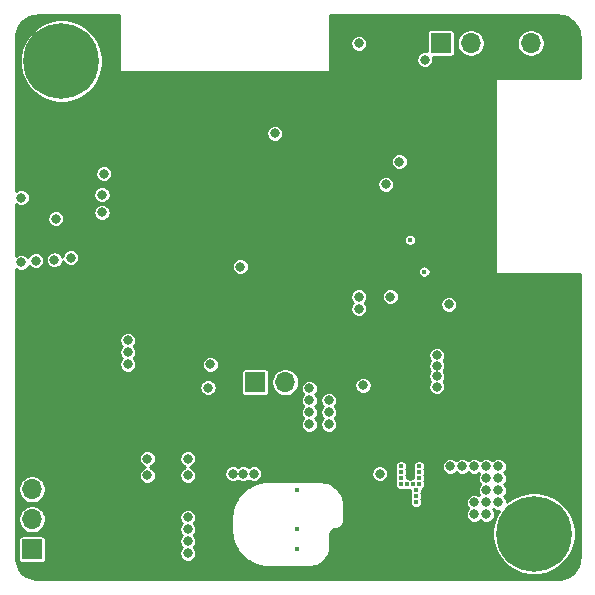
<source format=gbr>
%TF.GenerationSoftware,KiCad,Pcbnew,(5.1.6)-1*%
%TF.CreationDate,2021-05-23T01:52:29+08:00*%
%TF.ProjectId,HKIA_Tracker,484b4941-5f54-4726-9163-6b65722e6b69,rev?*%
%TF.SameCoordinates,Original*%
%TF.FileFunction,Copper,L2,Inr*%
%TF.FilePolarity,Positive*%
%FSLAX46Y46*%
G04 Gerber Fmt 4.6, Leading zero omitted, Abs format (unit mm)*
G04 Created by KiCad (PCBNEW (5.1.6)-1) date 2021-05-23 01:52:29*
%MOMM*%
%LPD*%
G01*
G04 APERTURE LIST*
%TA.AperFunction,ViaPad*%
%ADD10O,1.700000X1.700000*%
%TD*%
%TA.AperFunction,ViaPad*%
%ADD11R,1.700000X1.700000*%
%TD*%
%TA.AperFunction,ViaPad*%
%ADD12C,6.400000*%
%TD*%
%TA.AperFunction,ViaPad*%
%ADD13C,0.400000*%
%TD*%
%TA.AperFunction,ViaPad*%
%ADD14C,0.800000*%
%TD*%
%TA.AperFunction,Conductor*%
%ADD15C,0.254000*%
%TD*%
G04 APERTURE END LIST*
D10*
%TO.N,/ESP_TX*%
%TO.C,J5*%
X144741900Y-78473300D03*
%TO.N,GND*%
X142201900Y-78473300D03*
%TO.N,/ESP_RX*%
X139661900Y-78473300D03*
D11*
%TO.N,+3.3VP*%
X137121900Y-78473300D03*
%TD*%
D10*
%TO.N,Net-(J3-Pad2)*%
%TO.C,J3*%
X123952000Y-107188000D03*
D11*
%TO.N,Net-(J3-Pad1)*%
X121412000Y-107188000D03*
%TD*%
D12*
%TO.N,N/C*%
%TO.C,H2*%
X105000000Y-80000000D03*
%TD*%
%TO.N,N/C*%
%TO.C,H1*%
X145000000Y-120000000D03*
%TD*%
D10*
%TO.N,Net-(D1-Pad2)*%
%TO.C,J1*%
X102514400Y-116255800D03*
%TO.N,Net-(D3-Pad2)*%
X102514400Y-118795800D03*
D11*
%TO.N,Net-(D5-Pad2)*%
X102514400Y-121335800D03*
%TD*%
D13*
%TO.N,GND*%
X110744000Y-121666000D03*
X109601000Y-121666000D03*
X109601000Y-122555000D03*
X110744000Y-122555000D03*
X110744000Y-120777000D03*
X109601000Y-120777000D03*
X105791000Y-121666000D03*
X106934000Y-121666000D03*
X106934000Y-120777000D03*
X106934000Y-122555000D03*
X105791000Y-122555000D03*
X105791000Y-120777000D03*
X129413000Y-117094000D03*
X130683000Y-117094000D03*
X130683000Y-118364000D03*
X129413000Y-118364000D03*
X130048000Y-118364000D03*
X130048000Y-117094000D03*
X130683000Y-117729000D03*
X129413000Y-117729000D03*
X130048000Y-117729000D03*
D14*
X101854000Y-94742000D03*
X108458000Y-95123000D03*
X107188000Y-91186000D03*
X104648000Y-89789000D03*
X103809935Y-92625658D03*
X106553000Y-85471000D03*
X111633000Y-85725000D03*
X111633000Y-83185000D03*
X111633000Y-81915000D03*
X125476000Y-81915000D03*
X127508000Y-84201000D03*
X125476000Y-83185000D03*
X129032000Y-78232000D03*
X130175000Y-77216000D03*
X131826000Y-78740000D03*
X132461000Y-88138000D03*
X133604000Y-89789000D03*
X133604000Y-91059000D03*
X133604000Y-93599000D03*
X130937000Y-93218000D03*
X124714000Y-98806000D03*
X123571000Y-101092000D03*
X123571000Y-102108000D03*
X129045802Y-101092000D03*
X134112000Y-102362000D03*
X134112000Y-103505000D03*
D13*
X132207000Y-104140000D03*
X132207000Y-104648000D03*
X132207000Y-105156000D03*
X132207000Y-105664000D03*
X132207000Y-106172000D03*
X130048000Y-106172000D03*
D14*
X128803400Y-110134400D03*
X128803398Y-108483398D03*
X128524000Y-111506000D03*
X130175000Y-111506000D03*
X131826000Y-111506000D03*
X135636000Y-111252000D03*
X136652000Y-111252000D03*
X137668000Y-111252000D03*
X138684000Y-111252000D03*
X140208000Y-106426000D03*
X141224000Y-106426000D03*
X142240000Y-106426000D03*
X143256000Y-106426000D03*
X143256000Y-105283000D03*
X142240000Y-105283000D03*
X141224000Y-105283000D03*
X140208000Y-105283000D03*
X107569000Y-105156000D03*
X108204000Y-106426000D03*
X108966000Y-102997000D03*
X111887000Y-108204000D03*
X115316000Y-108585000D03*
X118999000Y-109347000D03*
X118364000Y-108585000D03*
X117094000Y-108585000D03*
X112141000Y-116459000D03*
X112141000Y-117602000D03*
X113411000Y-118745000D03*
X119126000Y-116332000D03*
X119126000Y-117983000D03*
X119634000Y-117094000D03*
X143510000Y-101727000D03*
X136398000Y-119380000D03*
X138303000Y-119634000D03*
X136017000Y-122047000D03*
X139192000Y-121031000D03*
X138303000Y-120522986D03*
X138303000Y-121411994D03*
X140589000Y-121920000D03*
X136398000Y-113919000D03*
X136906000Y-115951000D03*
X136906000Y-117094000D03*
X128270000Y-120269000D03*
X128016000Y-122301000D03*
X130937000Y-122301000D03*
X119126000Y-118872000D03*
%TO.N,+3V3*%
X101600000Y-91567000D03*
X101600000Y-97028000D03*
X105791000Y-96647000D03*
X137922000Y-114300000D03*
X138938000Y-114300000D03*
X139954000Y-114300000D03*
X140970000Y-114300000D03*
X141986000Y-114300000D03*
X141986000Y-115316000D03*
X140970000Y-115316000D03*
X140970000Y-116332000D03*
X141986000Y-116332000D03*
X141986000Y-117348000D03*
X140970000Y-117348000D03*
X140970000Y-118364000D03*
X139954000Y-118364000D03*
X139954000Y-117348000D03*
X133604000Y-88519000D03*
X132461000Y-90424000D03*
X110617000Y-103632000D03*
X110617000Y-104648000D03*
X110617000Y-105664000D03*
D13*
X134493000Y-95123000D03*
X135721898Y-97821800D03*
D14*
%TO.N,Net-(C7-Pad1)*%
X115697000Y-118618000D03*
X115697000Y-119634000D03*
X115697000Y-120650000D03*
X115697000Y-121666000D03*
X121285000Y-114935000D03*
X119507000Y-114935000D03*
X120396000Y-114935000D03*
%TO.N,VBUS*%
X125984000Y-107696000D03*
X125984000Y-108712000D03*
X125984000Y-109728000D03*
X125984000Y-110744000D03*
X127635000Y-110744000D03*
X127635000Y-109728000D03*
X127635000Y-108712000D03*
D13*
X133731000Y-114300000D03*
X133731000Y-114808000D03*
X133731000Y-115316000D03*
X133731000Y-115824000D03*
X134239000Y-115824000D03*
X134747000Y-115824000D03*
X135255000Y-115824000D03*
X135255000Y-115316000D03*
X135255000Y-114808000D03*
X135255000Y-114300000D03*
X135001000Y-116332000D03*
X135001000Y-116840000D03*
X135001000Y-117348000D03*
D14*
%TO.N,+3.3VP*%
X135763000Y-79883000D03*
X130175000Y-99949000D03*
X130175000Y-100965000D03*
X132842000Y-99949000D03*
X137795000Y-100584000D03*
X136779000Y-104902000D03*
X136779000Y-105791000D03*
X136779000Y-106680000D03*
X136779000Y-107569000D03*
X130175000Y-78486000D03*
%TO.N,Net-(D5-Pad2)*%
X115697000Y-113665000D03*
X115697000Y-115062000D03*
X112268000Y-115062000D03*
X112268000Y-113665000D03*
%TO.N,+BATT*%
X117410228Y-107636315D03*
X131953000Y-114935000D03*
D13*
%TO.N,Net-(R10-Pad2)*%
X124968000Y-116332000D03*
X124968000Y-121285000D03*
X124968000Y-119634000D03*
D14*
%TO.N,/NRF_RX*%
X123062984Y-86106016D03*
%TO.N,/SDA*%
X102819200Y-96901000D03*
X108432600Y-91313000D03*
%TO.N,/SCL*%
X104394000Y-96824800D03*
X108432600Y-92811600D03*
%TO.N,/NRF_TX*%
X120142000Y-97409000D03*
%TO.N,/ESP_EN*%
X117602000Y-105664000D03*
X130538038Y-107442000D03*
%TO.N,/DRDY*%
X104521000Y-93345000D03*
X108585000Y-89535000D03*
%TD*%
D15*
%TO.N,GND*%
G36*
X109855000Y-80772000D02*
G01*
X109857440Y-80796776D01*
X109864667Y-80820601D01*
X109876403Y-80842557D01*
X109892197Y-80861803D01*
X109911443Y-80877597D01*
X109933399Y-80889333D01*
X109957224Y-80896560D01*
X109982000Y-80899000D01*
X127635000Y-80899000D01*
X127659776Y-80896560D01*
X127683601Y-80889333D01*
X127705557Y-80877597D01*
X127724803Y-80861803D01*
X127740597Y-80842557D01*
X127752333Y-80820601D01*
X127759560Y-80796776D01*
X127762000Y-80772000D01*
X127762000Y-79811397D01*
X135036000Y-79811397D01*
X135036000Y-79954603D01*
X135063938Y-80095058D01*
X135118741Y-80227364D01*
X135198302Y-80346436D01*
X135299564Y-80447698D01*
X135418636Y-80527259D01*
X135550942Y-80582062D01*
X135691397Y-80610000D01*
X135834603Y-80610000D01*
X135975058Y-80582062D01*
X136107364Y-80527259D01*
X136226436Y-80447698D01*
X136327698Y-80346436D01*
X136407259Y-80227364D01*
X136462062Y-80095058D01*
X136490000Y-79954603D01*
X136490000Y-79811397D01*
X136462062Y-79670942D01*
X136454167Y-79651882D01*
X137971900Y-79651882D01*
X138036003Y-79645568D01*
X138097643Y-79626870D01*
X138154450Y-79596506D01*
X138204243Y-79555643D01*
X138245106Y-79505850D01*
X138275470Y-79449043D01*
X138294168Y-79387403D01*
X138300482Y-79323300D01*
X138300482Y-78357376D01*
X138484900Y-78357376D01*
X138484900Y-78589224D01*
X138530131Y-78816618D01*
X138618856Y-79030819D01*
X138747664Y-79223594D01*
X138911606Y-79387536D01*
X139104381Y-79516344D01*
X139318582Y-79605069D01*
X139545976Y-79650300D01*
X139777824Y-79650300D01*
X140005218Y-79605069D01*
X140219419Y-79516344D01*
X140412194Y-79387536D01*
X140576136Y-79223594D01*
X140704944Y-79030819D01*
X140793669Y-78816618D01*
X140838900Y-78589224D01*
X140838900Y-78357376D01*
X143564900Y-78357376D01*
X143564900Y-78589224D01*
X143610131Y-78816618D01*
X143698856Y-79030819D01*
X143827664Y-79223594D01*
X143991606Y-79387536D01*
X144184381Y-79516344D01*
X144398582Y-79605069D01*
X144625976Y-79650300D01*
X144857824Y-79650300D01*
X145085218Y-79605069D01*
X145299419Y-79516344D01*
X145492194Y-79387536D01*
X145656136Y-79223594D01*
X145784944Y-79030819D01*
X145873669Y-78816618D01*
X145918900Y-78589224D01*
X145918900Y-78357376D01*
X145873669Y-78129982D01*
X145784944Y-77915781D01*
X145656136Y-77723006D01*
X145492194Y-77559064D01*
X145299419Y-77430256D01*
X145085218Y-77341531D01*
X144857824Y-77296300D01*
X144625976Y-77296300D01*
X144398582Y-77341531D01*
X144184381Y-77430256D01*
X143991606Y-77559064D01*
X143827664Y-77723006D01*
X143698856Y-77915781D01*
X143610131Y-78129982D01*
X143564900Y-78357376D01*
X140838900Y-78357376D01*
X140793669Y-78129982D01*
X140704944Y-77915781D01*
X140576136Y-77723006D01*
X140412194Y-77559064D01*
X140219419Y-77430256D01*
X140005218Y-77341531D01*
X139777824Y-77296300D01*
X139545976Y-77296300D01*
X139318582Y-77341531D01*
X139104381Y-77430256D01*
X138911606Y-77559064D01*
X138747664Y-77723006D01*
X138618856Y-77915781D01*
X138530131Y-78129982D01*
X138484900Y-78357376D01*
X138300482Y-78357376D01*
X138300482Y-77623300D01*
X138294168Y-77559197D01*
X138275470Y-77497557D01*
X138245106Y-77440750D01*
X138204243Y-77390957D01*
X138154450Y-77350094D01*
X138097643Y-77319730D01*
X138036003Y-77301032D01*
X137971900Y-77294718D01*
X136271900Y-77294718D01*
X136207797Y-77301032D01*
X136146157Y-77319730D01*
X136089350Y-77350094D01*
X136039557Y-77390957D01*
X135998694Y-77440750D01*
X135968330Y-77497557D01*
X135949632Y-77559197D01*
X135943318Y-77623300D01*
X135943318Y-79177625D01*
X135834603Y-79156000D01*
X135691397Y-79156000D01*
X135550942Y-79183938D01*
X135418636Y-79238741D01*
X135299564Y-79318302D01*
X135198302Y-79419564D01*
X135118741Y-79538636D01*
X135063938Y-79670942D01*
X135036000Y-79811397D01*
X127762000Y-79811397D01*
X127762000Y-78414397D01*
X129448000Y-78414397D01*
X129448000Y-78557603D01*
X129475938Y-78698058D01*
X129530741Y-78830364D01*
X129610302Y-78949436D01*
X129711564Y-79050698D01*
X129830636Y-79130259D01*
X129962942Y-79185062D01*
X130103397Y-79213000D01*
X130246603Y-79213000D01*
X130387058Y-79185062D01*
X130519364Y-79130259D01*
X130638436Y-79050698D01*
X130739698Y-78949436D01*
X130819259Y-78830364D01*
X130874062Y-78698058D01*
X130902000Y-78557603D01*
X130902000Y-78414397D01*
X130874062Y-78273942D01*
X130819259Y-78141636D01*
X130739698Y-78022564D01*
X130638436Y-77921302D01*
X130519364Y-77841741D01*
X130387058Y-77786938D01*
X130246603Y-77759000D01*
X130103397Y-77759000D01*
X129962942Y-77786938D01*
X129830636Y-77841741D01*
X129711564Y-77921302D01*
X129610302Y-78022564D01*
X129530741Y-78141636D01*
X129475938Y-78273942D01*
X129448000Y-78414397D01*
X127762000Y-78414397D01*
X127762000Y-76127000D01*
X146995470Y-76127000D01*
X147266504Y-76146385D01*
X147527593Y-76203181D01*
X147777940Y-76296556D01*
X148012445Y-76424605D01*
X148226338Y-76584724D01*
X148415276Y-76773662D01*
X148575395Y-76987555D01*
X148703444Y-77222060D01*
X148796819Y-77472407D01*
X148853615Y-77733496D01*
X148873000Y-78004530D01*
X148873000Y-81407000D01*
X141859000Y-81407000D01*
X141834224Y-81409440D01*
X141810399Y-81416667D01*
X141788443Y-81428403D01*
X141769197Y-81444197D01*
X141753403Y-81463443D01*
X141741667Y-81485399D01*
X141734440Y-81509224D01*
X141732000Y-81534000D01*
X141732000Y-97917000D01*
X141734440Y-97941776D01*
X141741667Y-97965601D01*
X141753403Y-97987557D01*
X141769197Y-98006803D01*
X141788443Y-98022597D01*
X141810399Y-98034333D01*
X141834224Y-98041560D01*
X141859000Y-98044000D01*
X148873000Y-98044000D01*
X148873000Y-121995470D01*
X148853615Y-122266504D01*
X148796819Y-122527593D01*
X148703444Y-122777940D01*
X148575395Y-123012445D01*
X148415276Y-123226338D01*
X148226338Y-123415276D01*
X148012445Y-123575395D01*
X147777940Y-123703444D01*
X147527593Y-123796819D01*
X147266504Y-123853615D01*
X146995470Y-123873000D01*
X103004530Y-123873000D01*
X102733496Y-123853615D01*
X102472407Y-123796819D01*
X102222060Y-123703444D01*
X101987555Y-123575395D01*
X101773662Y-123415276D01*
X101584724Y-123226338D01*
X101424605Y-123012445D01*
X101296556Y-122777940D01*
X101203181Y-122527593D01*
X101146385Y-122266504D01*
X101127000Y-121995470D01*
X101127000Y-120485800D01*
X101335818Y-120485800D01*
X101335818Y-122185800D01*
X101342132Y-122249903D01*
X101360830Y-122311543D01*
X101391194Y-122368350D01*
X101432057Y-122418143D01*
X101481850Y-122459006D01*
X101538657Y-122489370D01*
X101600297Y-122508068D01*
X101664400Y-122514382D01*
X103364400Y-122514382D01*
X103428503Y-122508068D01*
X103490143Y-122489370D01*
X103546950Y-122459006D01*
X103596743Y-122418143D01*
X103637606Y-122368350D01*
X103667970Y-122311543D01*
X103686668Y-122249903D01*
X103692982Y-122185800D01*
X103692982Y-120485800D01*
X103686668Y-120421697D01*
X103667970Y-120360057D01*
X103637606Y-120303250D01*
X103596743Y-120253457D01*
X103546950Y-120212594D01*
X103490143Y-120182230D01*
X103428503Y-120163532D01*
X103364400Y-120157218D01*
X101664400Y-120157218D01*
X101600297Y-120163532D01*
X101538657Y-120182230D01*
X101481850Y-120212594D01*
X101432057Y-120253457D01*
X101391194Y-120303250D01*
X101360830Y-120360057D01*
X101342132Y-120421697D01*
X101335818Y-120485800D01*
X101127000Y-120485800D01*
X101127000Y-118679876D01*
X101337400Y-118679876D01*
X101337400Y-118911724D01*
X101382631Y-119139118D01*
X101471356Y-119353319D01*
X101600164Y-119546094D01*
X101764106Y-119710036D01*
X101956881Y-119838844D01*
X102171082Y-119927569D01*
X102398476Y-119972800D01*
X102630324Y-119972800D01*
X102857718Y-119927569D01*
X103071919Y-119838844D01*
X103264694Y-119710036D01*
X103428636Y-119546094D01*
X103557444Y-119353319D01*
X103646169Y-119139118D01*
X103691400Y-118911724D01*
X103691400Y-118679876D01*
X103664850Y-118546397D01*
X114970000Y-118546397D01*
X114970000Y-118689603D01*
X114997938Y-118830058D01*
X115052741Y-118962364D01*
X115132302Y-119081436D01*
X115176866Y-119126000D01*
X115132302Y-119170564D01*
X115052741Y-119289636D01*
X114997938Y-119421942D01*
X114970000Y-119562397D01*
X114970000Y-119705603D01*
X114997938Y-119846058D01*
X115052741Y-119978364D01*
X115132302Y-120097436D01*
X115176866Y-120142000D01*
X115132302Y-120186564D01*
X115052741Y-120305636D01*
X114997938Y-120437942D01*
X114970000Y-120578397D01*
X114970000Y-120721603D01*
X114997938Y-120862058D01*
X115052741Y-120994364D01*
X115132302Y-121113436D01*
X115176866Y-121158000D01*
X115132302Y-121202564D01*
X115052741Y-121321636D01*
X114997938Y-121453942D01*
X114970000Y-121594397D01*
X114970000Y-121737603D01*
X114997938Y-121878058D01*
X115052741Y-122010364D01*
X115132302Y-122129436D01*
X115233564Y-122230698D01*
X115352636Y-122310259D01*
X115484942Y-122365062D01*
X115625397Y-122393000D01*
X115768603Y-122393000D01*
X115909058Y-122365062D01*
X116041364Y-122310259D01*
X116160436Y-122230698D01*
X116261698Y-122129436D01*
X116341259Y-122010364D01*
X116396062Y-121878058D01*
X116424000Y-121737603D01*
X116424000Y-121594397D01*
X116396062Y-121453942D01*
X116341259Y-121321636D01*
X116261698Y-121202564D01*
X116217134Y-121158000D01*
X116261698Y-121113436D01*
X116341259Y-120994364D01*
X116396062Y-120862058D01*
X116424000Y-120721603D01*
X116424000Y-120578397D01*
X116396062Y-120437942D01*
X116341259Y-120305636D01*
X116261698Y-120186564D01*
X116217134Y-120142000D01*
X116261698Y-120097436D01*
X116341259Y-119978364D01*
X116396062Y-119846058D01*
X116424000Y-119705603D01*
X116424000Y-119562397D01*
X116396062Y-119421942D01*
X116341259Y-119289636D01*
X116261698Y-119170564D01*
X116217134Y-119126000D01*
X116261698Y-119081436D01*
X116341259Y-118962364D01*
X116396062Y-118830058D01*
X116422528Y-118697000D01*
X119380000Y-118697000D01*
X119380000Y-119682000D01*
X119380200Y-119689121D01*
X119399063Y-120025014D01*
X119400657Y-120039166D01*
X119457010Y-120370836D01*
X119460180Y-120384721D01*
X119553314Y-120707995D01*
X119558017Y-120721438D01*
X119686760Y-121032252D01*
X119692940Y-121045083D01*
X119855674Y-121339528D01*
X119863251Y-121351587D01*
X120057930Y-121625960D01*
X120066809Y-121637095D01*
X120290983Y-121887946D01*
X120301054Y-121898017D01*
X120551905Y-122122191D01*
X120563040Y-122131070D01*
X120837413Y-122325749D01*
X120849472Y-122333326D01*
X121143917Y-122496060D01*
X121156748Y-122502240D01*
X121467562Y-122630983D01*
X121481005Y-122635686D01*
X121804279Y-122728820D01*
X121818164Y-122731990D01*
X122149834Y-122788343D01*
X122163986Y-122789937D01*
X122499879Y-122808800D01*
X122507000Y-122809000D01*
X126047500Y-122809000D01*
X126057464Y-122808608D01*
X126305804Y-122789063D01*
X126325488Y-122785946D01*
X126567712Y-122727793D01*
X126586665Y-122721635D01*
X126816811Y-122626306D01*
X126834568Y-122617258D01*
X127046967Y-122487099D01*
X127063089Y-122475386D01*
X127252512Y-122313604D01*
X127266604Y-122299512D01*
X127428386Y-122110089D01*
X127440099Y-122093967D01*
X127570258Y-121881568D01*
X127579306Y-121863811D01*
X127674635Y-121633665D01*
X127680793Y-121614712D01*
X127738946Y-121372488D01*
X127742063Y-121352804D01*
X127761608Y-121104464D01*
X127762000Y-121094500D01*
X127762000Y-120086828D01*
X127778205Y-119963738D01*
X127822501Y-119856798D01*
X127892966Y-119764966D01*
X127984798Y-119694501D01*
X128091738Y-119650205D01*
X128370992Y-119613441D01*
X128403016Y-119604860D01*
X128540851Y-119547767D01*
X128569563Y-119531190D01*
X128687925Y-119440368D01*
X128711368Y-119416925D01*
X128802190Y-119298563D01*
X128818767Y-119269851D01*
X128875860Y-119132016D01*
X128884441Y-119099992D01*
X128903914Y-118952077D01*
X128905000Y-118935500D01*
X128905000Y-117602000D01*
X128904676Y-117592940D01*
X128885286Y-117321830D01*
X128882708Y-117303894D01*
X128824932Y-117038303D01*
X128819827Y-117020917D01*
X128724842Y-116766252D01*
X128717314Y-116749769D01*
X128587053Y-116511214D01*
X128577257Y-116495971D01*
X128414372Y-116278382D01*
X128402506Y-116264687D01*
X128210313Y-116072494D01*
X128196618Y-116060628D01*
X127979029Y-115897743D01*
X127963786Y-115887947D01*
X127725231Y-115757686D01*
X127708748Y-115750158D01*
X127454083Y-115655173D01*
X127436697Y-115650068D01*
X127171106Y-115592292D01*
X127153170Y-115589714D01*
X126882060Y-115570324D01*
X126873000Y-115570000D01*
X122507000Y-115570000D01*
X122499879Y-115570200D01*
X122163986Y-115589063D01*
X122149834Y-115590657D01*
X121818164Y-115647010D01*
X121804279Y-115650180D01*
X121481005Y-115743314D01*
X121467562Y-115748017D01*
X121156748Y-115876760D01*
X121143917Y-115882940D01*
X120849472Y-116045674D01*
X120837413Y-116053251D01*
X120563040Y-116247930D01*
X120551905Y-116256809D01*
X120301054Y-116480983D01*
X120290983Y-116491054D01*
X120066809Y-116741905D01*
X120057930Y-116753040D01*
X119863251Y-117027413D01*
X119855674Y-117039472D01*
X119692940Y-117333917D01*
X119686760Y-117346748D01*
X119558017Y-117657562D01*
X119553314Y-117671005D01*
X119460180Y-117994279D01*
X119457010Y-118008164D01*
X119400657Y-118339834D01*
X119399063Y-118353986D01*
X119380200Y-118689879D01*
X119380000Y-118697000D01*
X116422528Y-118697000D01*
X116424000Y-118689603D01*
X116424000Y-118546397D01*
X116396062Y-118405942D01*
X116341259Y-118273636D01*
X116261698Y-118154564D01*
X116160436Y-118053302D01*
X116041364Y-117973741D01*
X115909058Y-117918938D01*
X115768603Y-117891000D01*
X115625397Y-117891000D01*
X115484942Y-117918938D01*
X115352636Y-117973741D01*
X115233564Y-118053302D01*
X115132302Y-118154564D01*
X115052741Y-118273636D01*
X114997938Y-118405942D01*
X114970000Y-118546397D01*
X103664850Y-118546397D01*
X103646169Y-118452482D01*
X103557444Y-118238281D01*
X103428636Y-118045506D01*
X103264694Y-117881564D01*
X103071919Y-117752756D01*
X102857718Y-117664031D01*
X102630324Y-117618800D01*
X102398476Y-117618800D01*
X102171082Y-117664031D01*
X101956881Y-117752756D01*
X101764106Y-117881564D01*
X101600164Y-118045506D01*
X101471356Y-118238281D01*
X101382631Y-118452482D01*
X101337400Y-118679876D01*
X101127000Y-118679876D01*
X101127000Y-116139876D01*
X101337400Y-116139876D01*
X101337400Y-116371724D01*
X101382631Y-116599118D01*
X101471356Y-116813319D01*
X101600164Y-117006094D01*
X101764106Y-117170036D01*
X101956881Y-117298844D01*
X102171082Y-117387569D01*
X102398476Y-117432800D01*
X102630324Y-117432800D01*
X102857718Y-117387569D01*
X103071919Y-117298844D01*
X103264694Y-117170036D01*
X103428636Y-117006094D01*
X103557444Y-116813319D01*
X103646169Y-116599118D01*
X103691400Y-116371724D01*
X103691400Y-116139876D01*
X103646169Y-115912482D01*
X103557444Y-115698281D01*
X103428636Y-115505506D01*
X103264694Y-115341564D01*
X103071919Y-115212756D01*
X102857718Y-115124031D01*
X102630324Y-115078800D01*
X102398476Y-115078800D01*
X102171082Y-115124031D01*
X101956881Y-115212756D01*
X101764106Y-115341564D01*
X101600164Y-115505506D01*
X101471356Y-115698281D01*
X101382631Y-115912482D01*
X101337400Y-116139876D01*
X101127000Y-116139876D01*
X101127000Y-113593397D01*
X111541000Y-113593397D01*
X111541000Y-113736603D01*
X111568938Y-113877058D01*
X111623741Y-114009364D01*
X111703302Y-114128436D01*
X111804564Y-114229698D01*
X111923636Y-114309259D01*
X112054585Y-114363500D01*
X111923636Y-114417741D01*
X111804564Y-114497302D01*
X111703302Y-114598564D01*
X111623741Y-114717636D01*
X111568938Y-114849942D01*
X111541000Y-114990397D01*
X111541000Y-115133603D01*
X111568938Y-115274058D01*
X111623741Y-115406364D01*
X111703302Y-115525436D01*
X111804564Y-115626698D01*
X111923636Y-115706259D01*
X112055942Y-115761062D01*
X112196397Y-115789000D01*
X112339603Y-115789000D01*
X112480058Y-115761062D01*
X112612364Y-115706259D01*
X112731436Y-115626698D01*
X112832698Y-115525436D01*
X112912259Y-115406364D01*
X112967062Y-115274058D01*
X112995000Y-115133603D01*
X112995000Y-114990397D01*
X112967062Y-114849942D01*
X112912259Y-114717636D01*
X112832698Y-114598564D01*
X112731436Y-114497302D01*
X112612364Y-114417741D01*
X112481415Y-114363500D01*
X112612364Y-114309259D01*
X112731436Y-114229698D01*
X112832698Y-114128436D01*
X112912259Y-114009364D01*
X112967062Y-113877058D01*
X112995000Y-113736603D01*
X112995000Y-113593397D01*
X114970000Y-113593397D01*
X114970000Y-113736603D01*
X114997938Y-113877058D01*
X115052741Y-114009364D01*
X115132302Y-114128436D01*
X115233564Y-114229698D01*
X115352636Y-114309259D01*
X115483585Y-114363500D01*
X115352636Y-114417741D01*
X115233564Y-114497302D01*
X115132302Y-114598564D01*
X115052741Y-114717636D01*
X114997938Y-114849942D01*
X114970000Y-114990397D01*
X114970000Y-115133603D01*
X114997938Y-115274058D01*
X115052741Y-115406364D01*
X115132302Y-115525436D01*
X115233564Y-115626698D01*
X115352636Y-115706259D01*
X115484942Y-115761062D01*
X115625397Y-115789000D01*
X115768603Y-115789000D01*
X115909058Y-115761062D01*
X116041364Y-115706259D01*
X116160436Y-115626698D01*
X116261698Y-115525436D01*
X116341259Y-115406364D01*
X116396062Y-115274058D01*
X116424000Y-115133603D01*
X116424000Y-114990397D01*
X116398739Y-114863397D01*
X118780000Y-114863397D01*
X118780000Y-115006603D01*
X118807938Y-115147058D01*
X118862741Y-115279364D01*
X118942302Y-115398436D01*
X119043564Y-115499698D01*
X119162636Y-115579259D01*
X119294942Y-115634062D01*
X119435397Y-115662000D01*
X119578603Y-115662000D01*
X119719058Y-115634062D01*
X119851364Y-115579259D01*
X119951500Y-115512351D01*
X120051636Y-115579259D01*
X120183942Y-115634062D01*
X120324397Y-115662000D01*
X120467603Y-115662000D01*
X120608058Y-115634062D01*
X120740364Y-115579259D01*
X120840500Y-115512351D01*
X120940636Y-115579259D01*
X121072942Y-115634062D01*
X121213397Y-115662000D01*
X121356603Y-115662000D01*
X121497058Y-115634062D01*
X121629364Y-115579259D01*
X121748436Y-115499698D01*
X121849698Y-115398436D01*
X121929259Y-115279364D01*
X121984062Y-115147058D01*
X122012000Y-115006603D01*
X122012000Y-114863397D01*
X131226000Y-114863397D01*
X131226000Y-115006603D01*
X131253938Y-115147058D01*
X131308741Y-115279364D01*
X131388302Y-115398436D01*
X131489564Y-115499698D01*
X131608636Y-115579259D01*
X131740942Y-115634062D01*
X131881397Y-115662000D01*
X132024603Y-115662000D01*
X132165058Y-115634062D01*
X132297364Y-115579259D01*
X132416436Y-115499698D01*
X132517698Y-115398436D01*
X132597259Y-115279364D01*
X132652062Y-115147058D01*
X132680000Y-115006603D01*
X132680000Y-114863397D01*
X132652062Y-114722942D01*
X132597259Y-114590636D01*
X132517698Y-114471564D01*
X132416436Y-114370302D01*
X132297364Y-114290741D01*
X132194408Y-114248095D01*
X133204000Y-114248095D01*
X133204000Y-114351905D01*
X133224252Y-114453720D01*
X133263979Y-114549628D01*
X133266900Y-114554000D01*
X133263979Y-114558372D01*
X133224252Y-114654280D01*
X133204000Y-114756095D01*
X133204000Y-114859905D01*
X133224252Y-114961720D01*
X133263979Y-115057628D01*
X133266900Y-115062000D01*
X133263979Y-115066372D01*
X133224252Y-115162280D01*
X133204000Y-115264095D01*
X133204000Y-115367905D01*
X133224252Y-115469720D01*
X133263979Y-115565628D01*
X133266900Y-115570000D01*
X133263979Y-115574372D01*
X133224252Y-115670280D01*
X133204000Y-115772095D01*
X133204000Y-115875905D01*
X133224252Y-115977720D01*
X133263979Y-116073628D01*
X133321652Y-116159943D01*
X133395057Y-116233348D01*
X133481372Y-116291021D01*
X133577280Y-116330748D01*
X133679095Y-116351000D01*
X133782905Y-116351000D01*
X133884720Y-116330748D01*
X133980628Y-116291021D01*
X133985000Y-116288100D01*
X133989372Y-116291021D01*
X134085280Y-116330748D01*
X134187095Y-116351000D01*
X134290905Y-116351000D01*
X134392720Y-116330748D01*
X134474000Y-116297080D01*
X134474000Y-116383905D01*
X134494252Y-116485720D01*
X134533979Y-116581628D01*
X134536900Y-116586000D01*
X134533979Y-116590372D01*
X134494252Y-116686280D01*
X134474000Y-116788095D01*
X134474000Y-116891905D01*
X134494252Y-116993720D01*
X134533979Y-117089628D01*
X134536900Y-117094000D01*
X134533979Y-117098372D01*
X134494252Y-117194280D01*
X134474000Y-117296095D01*
X134474000Y-117399905D01*
X134494252Y-117501720D01*
X134533979Y-117597628D01*
X134591652Y-117683943D01*
X134665057Y-117757348D01*
X134751372Y-117815021D01*
X134847280Y-117854748D01*
X134949095Y-117875000D01*
X135052905Y-117875000D01*
X135154720Y-117854748D01*
X135250628Y-117815021D01*
X135336943Y-117757348D01*
X135410348Y-117683943D01*
X135468021Y-117597628D01*
X135507748Y-117501720D01*
X135528000Y-117399905D01*
X135528000Y-117296095D01*
X135507748Y-117194280D01*
X135468021Y-117098372D01*
X135465100Y-117094000D01*
X135468021Y-117089628D01*
X135507748Y-116993720D01*
X135528000Y-116891905D01*
X135528000Y-116788095D01*
X135507748Y-116686280D01*
X135468021Y-116590372D01*
X135465100Y-116586000D01*
X135468021Y-116581628D01*
X135507748Y-116485720D01*
X135528000Y-116383905D01*
X135528000Y-116280095D01*
X135527176Y-116275955D01*
X135590943Y-116233348D01*
X135664348Y-116159943D01*
X135722021Y-116073628D01*
X135761748Y-115977720D01*
X135782000Y-115875905D01*
X135782000Y-115772095D01*
X135761748Y-115670280D01*
X135722021Y-115574372D01*
X135719100Y-115570000D01*
X135722021Y-115565628D01*
X135761748Y-115469720D01*
X135782000Y-115367905D01*
X135782000Y-115264095D01*
X135761748Y-115162280D01*
X135722021Y-115066372D01*
X135719100Y-115062000D01*
X135722021Y-115057628D01*
X135761748Y-114961720D01*
X135782000Y-114859905D01*
X135782000Y-114756095D01*
X135761748Y-114654280D01*
X135722021Y-114558372D01*
X135719100Y-114554000D01*
X135722021Y-114549628D01*
X135761748Y-114453720D01*
X135782000Y-114351905D01*
X135782000Y-114248095D01*
X135778082Y-114228397D01*
X137195000Y-114228397D01*
X137195000Y-114371603D01*
X137222938Y-114512058D01*
X137277741Y-114644364D01*
X137357302Y-114763436D01*
X137458564Y-114864698D01*
X137577636Y-114944259D01*
X137709942Y-114999062D01*
X137850397Y-115027000D01*
X137993603Y-115027000D01*
X138134058Y-114999062D01*
X138266364Y-114944259D01*
X138385436Y-114864698D01*
X138430000Y-114820134D01*
X138474564Y-114864698D01*
X138593636Y-114944259D01*
X138725942Y-114999062D01*
X138866397Y-115027000D01*
X139009603Y-115027000D01*
X139150058Y-114999062D01*
X139282364Y-114944259D01*
X139401436Y-114864698D01*
X139446000Y-114820134D01*
X139490564Y-114864698D01*
X139609636Y-114944259D01*
X139741942Y-114999062D01*
X139882397Y-115027000D01*
X140025603Y-115027000D01*
X140166058Y-114999062D01*
X140298364Y-114944259D01*
X140380868Y-114889132D01*
X140325741Y-114971636D01*
X140270938Y-115103942D01*
X140243000Y-115244397D01*
X140243000Y-115387603D01*
X140270938Y-115528058D01*
X140325741Y-115660364D01*
X140405302Y-115779436D01*
X140449866Y-115824000D01*
X140405302Y-115868564D01*
X140325741Y-115987636D01*
X140270938Y-116119942D01*
X140243000Y-116260397D01*
X140243000Y-116403603D01*
X140270938Y-116544058D01*
X140325741Y-116676364D01*
X140380868Y-116758868D01*
X140298364Y-116703741D01*
X140166058Y-116648938D01*
X140025603Y-116621000D01*
X139882397Y-116621000D01*
X139741942Y-116648938D01*
X139609636Y-116703741D01*
X139490564Y-116783302D01*
X139389302Y-116884564D01*
X139309741Y-117003636D01*
X139254938Y-117135942D01*
X139227000Y-117276397D01*
X139227000Y-117419603D01*
X139254938Y-117560058D01*
X139309741Y-117692364D01*
X139389302Y-117811436D01*
X139433866Y-117856000D01*
X139389302Y-117900564D01*
X139309741Y-118019636D01*
X139254938Y-118151942D01*
X139227000Y-118292397D01*
X139227000Y-118435603D01*
X139254938Y-118576058D01*
X139309741Y-118708364D01*
X139389302Y-118827436D01*
X139490564Y-118928698D01*
X139609636Y-119008259D01*
X139741942Y-119063062D01*
X139882397Y-119091000D01*
X140025603Y-119091000D01*
X140166058Y-119063062D01*
X140298364Y-119008259D01*
X140417436Y-118928698D01*
X140462000Y-118884134D01*
X140506564Y-118928698D01*
X140625636Y-119008259D01*
X140757942Y-119063062D01*
X140898397Y-119091000D01*
X141041603Y-119091000D01*
X141182058Y-119063062D01*
X141314364Y-119008259D01*
X141433436Y-118928698D01*
X141534698Y-118827436D01*
X141614259Y-118708364D01*
X141669062Y-118576058D01*
X141697000Y-118435603D01*
X141697000Y-118292397D01*
X141669062Y-118151942D01*
X141614259Y-118019636D01*
X141559132Y-117937132D01*
X141641636Y-117992259D01*
X141773942Y-118047062D01*
X141914397Y-118075000D01*
X142044357Y-118075000D01*
X141874413Y-118329339D01*
X141608540Y-118971212D01*
X141473000Y-119652621D01*
X141473000Y-120347379D01*
X141608540Y-121028788D01*
X141874413Y-121670661D01*
X142260400Y-122248332D01*
X142751668Y-122739600D01*
X143329339Y-123125587D01*
X143971212Y-123391460D01*
X144652621Y-123527000D01*
X145347379Y-123527000D01*
X146028788Y-123391460D01*
X146670661Y-123125587D01*
X147248332Y-122739600D01*
X147739600Y-122248332D01*
X148125587Y-121670661D01*
X148391460Y-121028788D01*
X148527000Y-120347379D01*
X148527000Y-119652621D01*
X148391460Y-118971212D01*
X148125587Y-118329339D01*
X147739600Y-117751668D01*
X147248332Y-117260400D01*
X146670661Y-116874413D01*
X146028788Y-116608540D01*
X145347379Y-116473000D01*
X144652621Y-116473000D01*
X143971212Y-116608540D01*
X143329339Y-116874413D01*
X142751668Y-117260400D01*
X142713000Y-117299068D01*
X142713000Y-117276397D01*
X142685062Y-117135942D01*
X142630259Y-117003636D01*
X142550698Y-116884564D01*
X142506134Y-116840000D01*
X142550698Y-116795436D01*
X142630259Y-116676364D01*
X142685062Y-116544058D01*
X142713000Y-116403603D01*
X142713000Y-116260397D01*
X142685062Y-116119942D01*
X142630259Y-115987636D01*
X142550698Y-115868564D01*
X142506134Y-115824000D01*
X142550698Y-115779436D01*
X142630259Y-115660364D01*
X142685062Y-115528058D01*
X142713000Y-115387603D01*
X142713000Y-115244397D01*
X142685062Y-115103942D01*
X142630259Y-114971636D01*
X142550698Y-114852564D01*
X142506134Y-114808000D01*
X142550698Y-114763436D01*
X142630259Y-114644364D01*
X142685062Y-114512058D01*
X142713000Y-114371603D01*
X142713000Y-114228397D01*
X142685062Y-114087942D01*
X142630259Y-113955636D01*
X142550698Y-113836564D01*
X142449436Y-113735302D01*
X142330364Y-113655741D01*
X142198058Y-113600938D01*
X142057603Y-113573000D01*
X141914397Y-113573000D01*
X141773942Y-113600938D01*
X141641636Y-113655741D01*
X141522564Y-113735302D01*
X141478000Y-113779866D01*
X141433436Y-113735302D01*
X141314364Y-113655741D01*
X141182058Y-113600938D01*
X141041603Y-113573000D01*
X140898397Y-113573000D01*
X140757942Y-113600938D01*
X140625636Y-113655741D01*
X140506564Y-113735302D01*
X140462000Y-113779866D01*
X140417436Y-113735302D01*
X140298364Y-113655741D01*
X140166058Y-113600938D01*
X140025603Y-113573000D01*
X139882397Y-113573000D01*
X139741942Y-113600938D01*
X139609636Y-113655741D01*
X139490564Y-113735302D01*
X139446000Y-113779866D01*
X139401436Y-113735302D01*
X139282364Y-113655741D01*
X139150058Y-113600938D01*
X139009603Y-113573000D01*
X138866397Y-113573000D01*
X138725942Y-113600938D01*
X138593636Y-113655741D01*
X138474564Y-113735302D01*
X138430000Y-113779866D01*
X138385436Y-113735302D01*
X138266364Y-113655741D01*
X138134058Y-113600938D01*
X137993603Y-113573000D01*
X137850397Y-113573000D01*
X137709942Y-113600938D01*
X137577636Y-113655741D01*
X137458564Y-113735302D01*
X137357302Y-113836564D01*
X137277741Y-113955636D01*
X137222938Y-114087942D01*
X137195000Y-114228397D01*
X135778082Y-114228397D01*
X135761748Y-114146280D01*
X135722021Y-114050372D01*
X135664348Y-113964057D01*
X135590943Y-113890652D01*
X135504628Y-113832979D01*
X135408720Y-113793252D01*
X135306905Y-113773000D01*
X135203095Y-113773000D01*
X135101280Y-113793252D01*
X135005372Y-113832979D01*
X134919057Y-113890652D01*
X134845652Y-113964057D01*
X134787979Y-114050372D01*
X134748252Y-114146280D01*
X134728000Y-114248095D01*
X134728000Y-114351905D01*
X134748252Y-114453720D01*
X134787979Y-114549628D01*
X134790900Y-114554000D01*
X134787979Y-114558372D01*
X134748252Y-114654280D01*
X134728000Y-114756095D01*
X134728000Y-114859905D01*
X134748252Y-114961720D01*
X134787979Y-115057628D01*
X134790900Y-115062000D01*
X134787979Y-115066372D01*
X134748252Y-115162280D01*
X134728000Y-115264095D01*
X134728000Y-115297000D01*
X134695095Y-115297000D01*
X134593280Y-115317252D01*
X134497372Y-115356979D01*
X134493000Y-115359900D01*
X134488628Y-115356979D01*
X134392720Y-115317252D01*
X134290905Y-115297000D01*
X134258000Y-115297000D01*
X134258000Y-115264095D01*
X134237748Y-115162280D01*
X134198021Y-115066372D01*
X134195100Y-115062000D01*
X134198021Y-115057628D01*
X134237748Y-114961720D01*
X134258000Y-114859905D01*
X134258000Y-114756095D01*
X134237748Y-114654280D01*
X134198021Y-114558372D01*
X134195100Y-114554000D01*
X134198021Y-114549628D01*
X134237748Y-114453720D01*
X134258000Y-114351905D01*
X134258000Y-114248095D01*
X134237748Y-114146280D01*
X134198021Y-114050372D01*
X134140348Y-113964057D01*
X134066943Y-113890652D01*
X133980628Y-113832979D01*
X133884720Y-113793252D01*
X133782905Y-113773000D01*
X133679095Y-113773000D01*
X133577280Y-113793252D01*
X133481372Y-113832979D01*
X133395057Y-113890652D01*
X133321652Y-113964057D01*
X133263979Y-114050372D01*
X133224252Y-114146280D01*
X133204000Y-114248095D01*
X132194408Y-114248095D01*
X132165058Y-114235938D01*
X132024603Y-114208000D01*
X131881397Y-114208000D01*
X131740942Y-114235938D01*
X131608636Y-114290741D01*
X131489564Y-114370302D01*
X131388302Y-114471564D01*
X131308741Y-114590636D01*
X131253938Y-114722942D01*
X131226000Y-114863397D01*
X122012000Y-114863397D01*
X121984062Y-114722942D01*
X121929259Y-114590636D01*
X121849698Y-114471564D01*
X121748436Y-114370302D01*
X121629364Y-114290741D01*
X121497058Y-114235938D01*
X121356603Y-114208000D01*
X121213397Y-114208000D01*
X121072942Y-114235938D01*
X120940636Y-114290741D01*
X120840500Y-114357649D01*
X120740364Y-114290741D01*
X120608058Y-114235938D01*
X120467603Y-114208000D01*
X120324397Y-114208000D01*
X120183942Y-114235938D01*
X120051636Y-114290741D01*
X119951500Y-114357649D01*
X119851364Y-114290741D01*
X119719058Y-114235938D01*
X119578603Y-114208000D01*
X119435397Y-114208000D01*
X119294942Y-114235938D01*
X119162636Y-114290741D01*
X119043564Y-114370302D01*
X118942302Y-114471564D01*
X118862741Y-114590636D01*
X118807938Y-114722942D01*
X118780000Y-114863397D01*
X116398739Y-114863397D01*
X116396062Y-114849942D01*
X116341259Y-114717636D01*
X116261698Y-114598564D01*
X116160436Y-114497302D01*
X116041364Y-114417741D01*
X115910415Y-114363500D01*
X116041364Y-114309259D01*
X116160436Y-114229698D01*
X116261698Y-114128436D01*
X116341259Y-114009364D01*
X116396062Y-113877058D01*
X116424000Y-113736603D01*
X116424000Y-113593397D01*
X116396062Y-113452942D01*
X116341259Y-113320636D01*
X116261698Y-113201564D01*
X116160436Y-113100302D01*
X116041364Y-113020741D01*
X115909058Y-112965938D01*
X115768603Y-112938000D01*
X115625397Y-112938000D01*
X115484942Y-112965938D01*
X115352636Y-113020741D01*
X115233564Y-113100302D01*
X115132302Y-113201564D01*
X115052741Y-113320636D01*
X114997938Y-113452942D01*
X114970000Y-113593397D01*
X112995000Y-113593397D01*
X112967062Y-113452942D01*
X112912259Y-113320636D01*
X112832698Y-113201564D01*
X112731436Y-113100302D01*
X112612364Y-113020741D01*
X112480058Y-112965938D01*
X112339603Y-112938000D01*
X112196397Y-112938000D01*
X112055942Y-112965938D01*
X111923636Y-113020741D01*
X111804564Y-113100302D01*
X111703302Y-113201564D01*
X111623741Y-113320636D01*
X111568938Y-113452942D01*
X111541000Y-113593397D01*
X101127000Y-113593397D01*
X101127000Y-107564712D01*
X116683228Y-107564712D01*
X116683228Y-107707918D01*
X116711166Y-107848373D01*
X116765969Y-107980679D01*
X116845530Y-108099751D01*
X116946792Y-108201013D01*
X117065864Y-108280574D01*
X117198170Y-108335377D01*
X117338625Y-108363315D01*
X117481831Y-108363315D01*
X117622286Y-108335377D01*
X117754592Y-108280574D01*
X117873664Y-108201013D01*
X117974926Y-108099751D01*
X118054487Y-107980679D01*
X118109290Y-107848373D01*
X118137228Y-107707918D01*
X118137228Y-107564712D01*
X118109290Y-107424257D01*
X118054487Y-107291951D01*
X117974926Y-107172879D01*
X117873664Y-107071617D01*
X117754592Y-106992056D01*
X117622286Y-106937253D01*
X117481831Y-106909315D01*
X117338625Y-106909315D01*
X117198170Y-106937253D01*
X117065864Y-106992056D01*
X116946792Y-107071617D01*
X116845530Y-107172879D01*
X116765969Y-107291951D01*
X116711166Y-107424257D01*
X116683228Y-107564712D01*
X101127000Y-107564712D01*
X101127000Y-103560397D01*
X109890000Y-103560397D01*
X109890000Y-103703603D01*
X109917938Y-103844058D01*
X109972741Y-103976364D01*
X110052302Y-104095436D01*
X110096866Y-104140000D01*
X110052302Y-104184564D01*
X109972741Y-104303636D01*
X109917938Y-104435942D01*
X109890000Y-104576397D01*
X109890000Y-104719603D01*
X109917938Y-104860058D01*
X109972741Y-104992364D01*
X110052302Y-105111436D01*
X110096866Y-105156000D01*
X110052302Y-105200564D01*
X109972741Y-105319636D01*
X109917938Y-105451942D01*
X109890000Y-105592397D01*
X109890000Y-105735603D01*
X109917938Y-105876058D01*
X109972741Y-106008364D01*
X110052302Y-106127436D01*
X110153564Y-106228698D01*
X110272636Y-106308259D01*
X110404942Y-106363062D01*
X110545397Y-106391000D01*
X110688603Y-106391000D01*
X110829058Y-106363062D01*
X110961364Y-106308259D01*
X111080436Y-106228698D01*
X111181698Y-106127436D01*
X111261259Y-106008364D01*
X111316062Y-105876058D01*
X111344000Y-105735603D01*
X111344000Y-105592397D01*
X116875000Y-105592397D01*
X116875000Y-105735603D01*
X116902938Y-105876058D01*
X116957741Y-106008364D01*
X117037302Y-106127436D01*
X117138564Y-106228698D01*
X117257636Y-106308259D01*
X117389942Y-106363062D01*
X117530397Y-106391000D01*
X117673603Y-106391000D01*
X117814058Y-106363062D01*
X117874562Y-106338000D01*
X120233418Y-106338000D01*
X120233418Y-108038000D01*
X120239732Y-108102103D01*
X120258430Y-108163743D01*
X120288794Y-108220550D01*
X120329657Y-108270343D01*
X120379450Y-108311206D01*
X120436257Y-108341570D01*
X120497897Y-108360268D01*
X120562000Y-108366582D01*
X122262000Y-108366582D01*
X122326103Y-108360268D01*
X122387743Y-108341570D01*
X122444550Y-108311206D01*
X122494343Y-108270343D01*
X122535206Y-108220550D01*
X122565570Y-108163743D01*
X122584268Y-108102103D01*
X122590582Y-108038000D01*
X122590582Y-107072076D01*
X122775000Y-107072076D01*
X122775000Y-107303924D01*
X122820231Y-107531318D01*
X122908956Y-107745519D01*
X123037764Y-107938294D01*
X123201706Y-108102236D01*
X123394481Y-108231044D01*
X123608682Y-108319769D01*
X123836076Y-108365000D01*
X124067924Y-108365000D01*
X124295318Y-108319769D01*
X124509519Y-108231044D01*
X124702294Y-108102236D01*
X124866236Y-107938294D01*
X124995044Y-107745519D01*
X125045214Y-107624397D01*
X125257000Y-107624397D01*
X125257000Y-107767603D01*
X125284938Y-107908058D01*
X125339741Y-108040364D01*
X125419302Y-108159436D01*
X125463866Y-108204000D01*
X125419302Y-108248564D01*
X125339741Y-108367636D01*
X125284938Y-108499942D01*
X125257000Y-108640397D01*
X125257000Y-108783603D01*
X125284938Y-108924058D01*
X125339741Y-109056364D01*
X125419302Y-109175436D01*
X125463866Y-109220000D01*
X125419302Y-109264564D01*
X125339741Y-109383636D01*
X125284938Y-109515942D01*
X125257000Y-109656397D01*
X125257000Y-109799603D01*
X125284938Y-109940058D01*
X125339741Y-110072364D01*
X125419302Y-110191436D01*
X125463866Y-110236000D01*
X125419302Y-110280564D01*
X125339741Y-110399636D01*
X125284938Y-110531942D01*
X125257000Y-110672397D01*
X125257000Y-110815603D01*
X125284938Y-110956058D01*
X125339741Y-111088364D01*
X125419302Y-111207436D01*
X125520564Y-111308698D01*
X125639636Y-111388259D01*
X125771942Y-111443062D01*
X125912397Y-111471000D01*
X126055603Y-111471000D01*
X126196058Y-111443062D01*
X126328364Y-111388259D01*
X126447436Y-111308698D01*
X126548698Y-111207436D01*
X126628259Y-111088364D01*
X126683062Y-110956058D01*
X126711000Y-110815603D01*
X126711000Y-110672397D01*
X126683062Y-110531942D01*
X126628259Y-110399636D01*
X126548698Y-110280564D01*
X126504134Y-110236000D01*
X126548698Y-110191436D01*
X126628259Y-110072364D01*
X126683062Y-109940058D01*
X126711000Y-109799603D01*
X126711000Y-109656397D01*
X126683062Y-109515942D01*
X126628259Y-109383636D01*
X126548698Y-109264564D01*
X126504134Y-109220000D01*
X126548698Y-109175436D01*
X126628259Y-109056364D01*
X126683062Y-108924058D01*
X126711000Y-108783603D01*
X126711000Y-108640397D01*
X126908000Y-108640397D01*
X126908000Y-108783603D01*
X126935938Y-108924058D01*
X126990741Y-109056364D01*
X127070302Y-109175436D01*
X127114866Y-109220000D01*
X127070302Y-109264564D01*
X126990741Y-109383636D01*
X126935938Y-109515942D01*
X126908000Y-109656397D01*
X126908000Y-109799603D01*
X126935938Y-109940058D01*
X126990741Y-110072364D01*
X127070302Y-110191436D01*
X127114866Y-110236000D01*
X127070302Y-110280564D01*
X126990741Y-110399636D01*
X126935938Y-110531942D01*
X126908000Y-110672397D01*
X126908000Y-110815603D01*
X126935938Y-110956058D01*
X126990741Y-111088364D01*
X127070302Y-111207436D01*
X127171564Y-111308698D01*
X127290636Y-111388259D01*
X127422942Y-111443062D01*
X127563397Y-111471000D01*
X127706603Y-111471000D01*
X127847058Y-111443062D01*
X127979364Y-111388259D01*
X128098436Y-111308698D01*
X128199698Y-111207436D01*
X128279259Y-111088364D01*
X128334062Y-110956058D01*
X128362000Y-110815603D01*
X128362000Y-110672397D01*
X128334062Y-110531942D01*
X128279259Y-110399636D01*
X128199698Y-110280564D01*
X128155134Y-110236000D01*
X128199698Y-110191436D01*
X128279259Y-110072364D01*
X128334062Y-109940058D01*
X128362000Y-109799603D01*
X128362000Y-109656397D01*
X128334062Y-109515942D01*
X128279259Y-109383636D01*
X128199698Y-109264564D01*
X128155134Y-109220000D01*
X128199698Y-109175436D01*
X128279259Y-109056364D01*
X128334062Y-108924058D01*
X128362000Y-108783603D01*
X128362000Y-108640397D01*
X128334062Y-108499942D01*
X128279259Y-108367636D01*
X128199698Y-108248564D01*
X128098436Y-108147302D01*
X127979364Y-108067741D01*
X127847058Y-108012938D01*
X127706603Y-107985000D01*
X127563397Y-107985000D01*
X127422942Y-108012938D01*
X127290636Y-108067741D01*
X127171564Y-108147302D01*
X127070302Y-108248564D01*
X126990741Y-108367636D01*
X126935938Y-108499942D01*
X126908000Y-108640397D01*
X126711000Y-108640397D01*
X126683062Y-108499942D01*
X126628259Y-108367636D01*
X126548698Y-108248564D01*
X126504134Y-108204000D01*
X126548698Y-108159436D01*
X126628259Y-108040364D01*
X126683062Y-107908058D01*
X126711000Y-107767603D01*
X126711000Y-107624397D01*
X126683062Y-107483942D01*
X126636031Y-107370397D01*
X129811038Y-107370397D01*
X129811038Y-107513603D01*
X129838976Y-107654058D01*
X129893779Y-107786364D01*
X129973340Y-107905436D01*
X130074602Y-108006698D01*
X130193674Y-108086259D01*
X130325980Y-108141062D01*
X130466435Y-108169000D01*
X130609641Y-108169000D01*
X130750096Y-108141062D01*
X130882402Y-108086259D01*
X131001474Y-108006698D01*
X131102736Y-107905436D01*
X131182297Y-107786364D01*
X131237100Y-107654058D01*
X131265038Y-107513603D01*
X131265038Y-107370397D01*
X131237100Y-107229942D01*
X131182297Y-107097636D01*
X131102736Y-106978564D01*
X131001474Y-106877302D01*
X130882402Y-106797741D01*
X130750096Y-106742938D01*
X130609641Y-106715000D01*
X130466435Y-106715000D01*
X130325980Y-106742938D01*
X130193674Y-106797741D01*
X130074602Y-106877302D01*
X129973340Y-106978564D01*
X129893779Y-107097636D01*
X129838976Y-107229942D01*
X129811038Y-107370397D01*
X126636031Y-107370397D01*
X126628259Y-107351636D01*
X126548698Y-107232564D01*
X126447436Y-107131302D01*
X126328364Y-107051741D01*
X126196058Y-106996938D01*
X126055603Y-106969000D01*
X125912397Y-106969000D01*
X125771942Y-106996938D01*
X125639636Y-107051741D01*
X125520564Y-107131302D01*
X125419302Y-107232564D01*
X125339741Y-107351636D01*
X125284938Y-107483942D01*
X125257000Y-107624397D01*
X125045214Y-107624397D01*
X125083769Y-107531318D01*
X125129000Y-107303924D01*
X125129000Y-107072076D01*
X125083769Y-106844682D01*
X124995044Y-106630481D01*
X124866236Y-106437706D01*
X124702294Y-106273764D01*
X124509519Y-106144956D01*
X124295318Y-106056231D01*
X124067924Y-106011000D01*
X123836076Y-106011000D01*
X123608682Y-106056231D01*
X123394481Y-106144956D01*
X123201706Y-106273764D01*
X123037764Y-106437706D01*
X122908956Y-106630481D01*
X122820231Y-106844682D01*
X122775000Y-107072076D01*
X122590582Y-107072076D01*
X122590582Y-106338000D01*
X122584268Y-106273897D01*
X122565570Y-106212257D01*
X122535206Y-106155450D01*
X122494343Y-106105657D01*
X122444550Y-106064794D01*
X122387743Y-106034430D01*
X122326103Y-106015732D01*
X122262000Y-106009418D01*
X120562000Y-106009418D01*
X120497897Y-106015732D01*
X120436257Y-106034430D01*
X120379450Y-106064794D01*
X120329657Y-106105657D01*
X120288794Y-106155450D01*
X120258430Y-106212257D01*
X120239732Y-106273897D01*
X120233418Y-106338000D01*
X117874562Y-106338000D01*
X117946364Y-106308259D01*
X118065436Y-106228698D01*
X118166698Y-106127436D01*
X118246259Y-106008364D01*
X118301062Y-105876058D01*
X118329000Y-105735603D01*
X118329000Y-105592397D01*
X118301062Y-105451942D01*
X118246259Y-105319636D01*
X118166698Y-105200564D01*
X118065436Y-105099302D01*
X117946364Y-105019741D01*
X117814058Y-104964938D01*
X117673603Y-104937000D01*
X117530397Y-104937000D01*
X117389942Y-104964938D01*
X117257636Y-105019741D01*
X117138564Y-105099302D01*
X117037302Y-105200564D01*
X116957741Y-105319636D01*
X116902938Y-105451942D01*
X116875000Y-105592397D01*
X111344000Y-105592397D01*
X111316062Y-105451942D01*
X111261259Y-105319636D01*
X111181698Y-105200564D01*
X111137134Y-105156000D01*
X111181698Y-105111436D01*
X111261259Y-104992364D01*
X111316062Y-104860058D01*
X111321961Y-104830397D01*
X136052000Y-104830397D01*
X136052000Y-104973603D01*
X136079938Y-105114058D01*
X136134741Y-105246364D01*
X136201649Y-105346500D01*
X136134741Y-105446636D01*
X136079938Y-105578942D01*
X136052000Y-105719397D01*
X136052000Y-105862603D01*
X136079938Y-106003058D01*
X136134741Y-106135364D01*
X136201649Y-106235500D01*
X136134741Y-106335636D01*
X136079938Y-106467942D01*
X136052000Y-106608397D01*
X136052000Y-106751603D01*
X136079938Y-106892058D01*
X136134741Y-107024364D01*
X136201649Y-107124500D01*
X136134741Y-107224636D01*
X136079938Y-107356942D01*
X136052000Y-107497397D01*
X136052000Y-107640603D01*
X136079938Y-107781058D01*
X136134741Y-107913364D01*
X136214302Y-108032436D01*
X136315564Y-108133698D01*
X136434636Y-108213259D01*
X136566942Y-108268062D01*
X136707397Y-108296000D01*
X136850603Y-108296000D01*
X136991058Y-108268062D01*
X137123364Y-108213259D01*
X137242436Y-108133698D01*
X137343698Y-108032436D01*
X137423259Y-107913364D01*
X137478062Y-107781058D01*
X137506000Y-107640603D01*
X137506000Y-107497397D01*
X137478062Y-107356942D01*
X137423259Y-107224636D01*
X137356351Y-107124500D01*
X137423259Y-107024364D01*
X137478062Y-106892058D01*
X137506000Y-106751603D01*
X137506000Y-106608397D01*
X137478062Y-106467942D01*
X137423259Y-106335636D01*
X137356351Y-106235500D01*
X137423259Y-106135364D01*
X137478062Y-106003058D01*
X137506000Y-105862603D01*
X137506000Y-105719397D01*
X137478062Y-105578942D01*
X137423259Y-105446636D01*
X137356351Y-105346500D01*
X137423259Y-105246364D01*
X137478062Y-105114058D01*
X137506000Y-104973603D01*
X137506000Y-104830397D01*
X137478062Y-104689942D01*
X137423259Y-104557636D01*
X137343698Y-104438564D01*
X137242436Y-104337302D01*
X137123364Y-104257741D01*
X136991058Y-104202938D01*
X136850603Y-104175000D01*
X136707397Y-104175000D01*
X136566942Y-104202938D01*
X136434636Y-104257741D01*
X136315564Y-104337302D01*
X136214302Y-104438564D01*
X136134741Y-104557636D01*
X136079938Y-104689942D01*
X136052000Y-104830397D01*
X111321961Y-104830397D01*
X111344000Y-104719603D01*
X111344000Y-104576397D01*
X111316062Y-104435942D01*
X111261259Y-104303636D01*
X111181698Y-104184564D01*
X111137134Y-104140000D01*
X111181698Y-104095436D01*
X111261259Y-103976364D01*
X111316062Y-103844058D01*
X111344000Y-103703603D01*
X111344000Y-103560397D01*
X111316062Y-103419942D01*
X111261259Y-103287636D01*
X111181698Y-103168564D01*
X111080436Y-103067302D01*
X110961364Y-102987741D01*
X110829058Y-102932938D01*
X110688603Y-102905000D01*
X110545397Y-102905000D01*
X110404942Y-102932938D01*
X110272636Y-102987741D01*
X110153564Y-103067302D01*
X110052302Y-103168564D01*
X109972741Y-103287636D01*
X109917938Y-103419942D01*
X109890000Y-103560397D01*
X101127000Y-103560397D01*
X101127000Y-99877397D01*
X129448000Y-99877397D01*
X129448000Y-100020603D01*
X129475938Y-100161058D01*
X129530741Y-100293364D01*
X129610302Y-100412436D01*
X129654866Y-100457000D01*
X129610302Y-100501564D01*
X129530741Y-100620636D01*
X129475938Y-100752942D01*
X129448000Y-100893397D01*
X129448000Y-101036603D01*
X129475938Y-101177058D01*
X129530741Y-101309364D01*
X129610302Y-101428436D01*
X129711564Y-101529698D01*
X129830636Y-101609259D01*
X129962942Y-101664062D01*
X130103397Y-101692000D01*
X130246603Y-101692000D01*
X130387058Y-101664062D01*
X130519364Y-101609259D01*
X130638436Y-101529698D01*
X130739698Y-101428436D01*
X130819259Y-101309364D01*
X130874062Y-101177058D01*
X130902000Y-101036603D01*
X130902000Y-100893397D01*
X130874062Y-100752942D01*
X130819259Y-100620636D01*
X130739698Y-100501564D01*
X130695134Y-100457000D01*
X130739698Y-100412436D01*
X130819259Y-100293364D01*
X130874062Y-100161058D01*
X130902000Y-100020603D01*
X130902000Y-99877397D01*
X132115000Y-99877397D01*
X132115000Y-100020603D01*
X132142938Y-100161058D01*
X132197741Y-100293364D01*
X132277302Y-100412436D01*
X132378564Y-100513698D01*
X132497636Y-100593259D01*
X132629942Y-100648062D01*
X132770397Y-100676000D01*
X132913603Y-100676000D01*
X133054058Y-100648062D01*
X133186364Y-100593259D01*
X133305436Y-100513698D01*
X133306737Y-100512397D01*
X137068000Y-100512397D01*
X137068000Y-100655603D01*
X137095938Y-100796058D01*
X137150741Y-100928364D01*
X137230302Y-101047436D01*
X137331564Y-101148698D01*
X137450636Y-101228259D01*
X137582942Y-101283062D01*
X137723397Y-101311000D01*
X137866603Y-101311000D01*
X138007058Y-101283062D01*
X138139364Y-101228259D01*
X138258436Y-101148698D01*
X138359698Y-101047436D01*
X138439259Y-100928364D01*
X138494062Y-100796058D01*
X138522000Y-100655603D01*
X138522000Y-100512397D01*
X138494062Y-100371942D01*
X138439259Y-100239636D01*
X138359698Y-100120564D01*
X138258436Y-100019302D01*
X138139364Y-99939741D01*
X138007058Y-99884938D01*
X137866603Y-99857000D01*
X137723397Y-99857000D01*
X137582942Y-99884938D01*
X137450636Y-99939741D01*
X137331564Y-100019302D01*
X137230302Y-100120564D01*
X137150741Y-100239636D01*
X137095938Y-100371942D01*
X137068000Y-100512397D01*
X133306737Y-100512397D01*
X133406698Y-100412436D01*
X133486259Y-100293364D01*
X133541062Y-100161058D01*
X133569000Y-100020603D01*
X133569000Y-99877397D01*
X133541062Y-99736942D01*
X133486259Y-99604636D01*
X133406698Y-99485564D01*
X133305436Y-99384302D01*
X133186364Y-99304741D01*
X133054058Y-99249938D01*
X132913603Y-99222000D01*
X132770397Y-99222000D01*
X132629942Y-99249938D01*
X132497636Y-99304741D01*
X132378564Y-99384302D01*
X132277302Y-99485564D01*
X132197741Y-99604636D01*
X132142938Y-99736942D01*
X132115000Y-99877397D01*
X130902000Y-99877397D01*
X130874062Y-99736942D01*
X130819259Y-99604636D01*
X130739698Y-99485564D01*
X130638436Y-99384302D01*
X130519364Y-99304741D01*
X130387058Y-99249938D01*
X130246603Y-99222000D01*
X130103397Y-99222000D01*
X129962942Y-99249938D01*
X129830636Y-99304741D01*
X129711564Y-99384302D01*
X129610302Y-99485564D01*
X129530741Y-99604636D01*
X129475938Y-99736942D01*
X129448000Y-99877397D01*
X101127000Y-99877397D01*
X101127000Y-97583134D01*
X101136564Y-97592698D01*
X101255636Y-97672259D01*
X101387942Y-97727062D01*
X101528397Y-97755000D01*
X101671603Y-97755000D01*
X101812058Y-97727062D01*
X101944364Y-97672259D01*
X102063436Y-97592698D01*
X102164698Y-97491436D01*
X102244259Y-97372364D01*
X102250206Y-97358007D01*
X102254502Y-97364436D01*
X102355764Y-97465698D01*
X102474836Y-97545259D01*
X102607142Y-97600062D01*
X102747597Y-97628000D01*
X102890803Y-97628000D01*
X103031258Y-97600062D01*
X103163564Y-97545259D01*
X103282636Y-97465698D01*
X103383898Y-97364436D01*
X103463459Y-97245364D01*
X103518262Y-97113058D01*
X103546200Y-96972603D01*
X103546200Y-96829397D01*
X103531044Y-96753197D01*
X103667000Y-96753197D01*
X103667000Y-96896403D01*
X103694938Y-97036858D01*
X103749741Y-97169164D01*
X103829302Y-97288236D01*
X103930564Y-97389498D01*
X104049636Y-97469059D01*
X104181942Y-97523862D01*
X104322397Y-97551800D01*
X104465603Y-97551800D01*
X104606058Y-97523862D01*
X104738364Y-97469059D01*
X104857436Y-97389498D01*
X104958698Y-97288236D01*
X105038259Y-97169164D01*
X105093062Y-97036858D01*
X105116590Y-96918573D01*
X105146741Y-96991364D01*
X105226302Y-97110436D01*
X105327564Y-97211698D01*
X105446636Y-97291259D01*
X105578942Y-97346062D01*
X105719397Y-97374000D01*
X105862603Y-97374000D01*
X106003058Y-97346062D01*
X106023977Y-97337397D01*
X119415000Y-97337397D01*
X119415000Y-97480603D01*
X119442938Y-97621058D01*
X119497741Y-97753364D01*
X119577302Y-97872436D01*
X119678564Y-97973698D01*
X119797636Y-98053259D01*
X119929942Y-98108062D01*
X120070397Y-98136000D01*
X120213603Y-98136000D01*
X120354058Y-98108062D01*
X120486364Y-98053259D01*
X120605436Y-97973698D01*
X120706698Y-97872436D01*
X120775213Y-97769895D01*
X135194898Y-97769895D01*
X135194898Y-97873705D01*
X135215150Y-97975520D01*
X135254877Y-98071428D01*
X135312550Y-98157743D01*
X135385955Y-98231148D01*
X135472270Y-98288821D01*
X135568178Y-98328548D01*
X135669993Y-98348800D01*
X135773803Y-98348800D01*
X135875618Y-98328548D01*
X135971526Y-98288821D01*
X136057841Y-98231148D01*
X136131246Y-98157743D01*
X136188919Y-98071428D01*
X136228646Y-97975520D01*
X136248898Y-97873705D01*
X136248898Y-97769895D01*
X136228646Y-97668080D01*
X136188919Y-97572172D01*
X136131246Y-97485857D01*
X136057841Y-97412452D01*
X135971526Y-97354779D01*
X135875618Y-97315052D01*
X135773803Y-97294800D01*
X135669993Y-97294800D01*
X135568178Y-97315052D01*
X135472270Y-97354779D01*
X135385955Y-97412452D01*
X135312550Y-97485857D01*
X135254877Y-97572172D01*
X135215150Y-97668080D01*
X135194898Y-97769895D01*
X120775213Y-97769895D01*
X120786259Y-97753364D01*
X120841062Y-97621058D01*
X120869000Y-97480603D01*
X120869000Y-97337397D01*
X120841062Y-97196942D01*
X120786259Y-97064636D01*
X120706698Y-96945564D01*
X120605436Y-96844302D01*
X120486364Y-96764741D01*
X120354058Y-96709938D01*
X120213603Y-96682000D01*
X120070397Y-96682000D01*
X119929942Y-96709938D01*
X119797636Y-96764741D01*
X119678564Y-96844302D01*
X119577302Y-96945564D01*
X119497741Y-97064636D01*
X119442938Y-97196942D01*
X119415000Y-97337397D01*
X106023977Y-97337397D01*
X106135364Y-97291259D01*
X106254436Y-97211698D01*
X106355698Y-97110436D01*
X106435259Y-96991364D01*
X106490062Y-96859058D01*
X106518000Y-96718603D01*
X106518000Y-96575397D01*
X106490062Y-96434942D01*
X106435259Y-96302636D01*
X106355698Y-96183564D01*
X106254436Y-96082302D01*
X106135364Y-96002741D01*
X106003058Y-95947938D01*
X105862603Y-95920000D01*
X105719397Y-95920000D01*
X105578942Y-95947938D01*
X105446636Y-96002741D01*
X105327564Y-96082302D01*
X105226302Y-96183564D01*
X105146741Y-96302636D01*
X105091938Y-96434942D01*
X105068410Y-96553227D01*
X105038259Y-96480436D01*
X104958698Y-96361364D01*
X104857436Y-96260102D01*
X104738364Y-96180541D01*
X104606058Y-96125738D01*
X104465603Y-96097800D01*
X104322397Y-96097800D01*
X104181942Y-96125738D01*
X104049636Y-96180541D01*
X103930564Y-96260102D01*
X103829302Y-96361364D01*
X103749741Y-96480436D01*
X103694938Y-96612742D01*
X103667000Y-96753197D01*
X103531044Y-96753197D01*
X103518262Y-96688942D01*
X103463459Y-96556636D01*
X103383898Y-96437564D01*
X103282636Y-96336302D01*
X103163564Y-96256741D01*
X103031258Y-96201938D01*
X102890803Y-96174000D01*
X102747597Y-96174000D01*
X102607142Y-96201938D01*
X102474836Y-96256741D01*
X102355764Y-96336302D01*
X102254502Y-96437564D01*
X102174941Y-96556636D01*
X102168994Y-96570993D01*
X102164698Y-96564564D01*
X102063436Y-96463302D01*
X101944364Y-96383741D01*
X101812058Y-96328938D01*
X101671603Y-96301000D01*
X101528397Y-96301000D01*
X101387942Y-96328938D01*
X101255636Y-96383741D01*
X101136564Y-96463302D01*
X101127000Y-96472866D01*
X101127000Y-95071095D01*
X133966000Y-95071095D01*
X133966000Y-95174905D01*
X133986252Y-95276720D01*
X134025979Y-95372628D01*
X134083652Y-95458943D01*
X134157057Y-95532348D01*
X134243372Y-95590021D01*
X134339280Y-95629748D01*
X134441095Y-95650000D01*
X134544905Y-95650000D01*
X134646720Y-95629748D01*
X134742628Y-95590021D01*
X134828943Y-95532348D01*
X134902348Y-95458943D01*
X134960021Y-95372628D01*
X134999748Y-95276720D01*
X135020000Y-95174905D01*
X135020000Y-95071095D01*
X134999748Y-94969280D01*
X134960021Y-94873372D01*
X134902348Y-94787057D01*
X134828943Y-94713652D01*
X134742628Y-94655979D01*
X134646720Y-94616252D01*
X134544905Y-94596000D01*
X134441095Y-94596000D01*
X134339280Y-94616252D01*
X134243372Y-94655979D01*
X134157057Y-94713652D01*
X134083652Y-94787057D01*
X134025979Y-94873372D01*
X133986252Y-94969280D01*
X133966000Y-95071095D01*
X101127000Y-95071095D01*
X101127000Y-93273397D01*
X103794000Y-93273397D01*
X103794000Y-93416603D01*
X103821938Y-93557058D01*
X103876741Y-93689364D01*
X103956302Y-93808436D01*
X104057564Y-93909698D01*
X104176636Y-93989259D01*
X104308942Y-94044062D01*
X104449397Y-94072000D01*
X104592603Y-94072000D01*
X104733058Y-94044062D01*
X104865364Y-93989259D01*
X104984436Y-93909698D01*
X105085698Y-93808436D01*
X105165259Y-93689364D01*
X105220062Y-93557058D01*
X105248000Y-93416603D01*
X105248000Y-93273397D01*
X105220062Y-93132942D01*
X105165259Y-93000636D01*
X105085698Y-92881564D01*
X104984436Y-92780302D01*
X104924116Y-92739997D01*
X107705600Y-92739997D01*
X107705600Y-92883203D01*
X107733538Y-93023658D01*
X107788341Y-93155964D01*
X107867902Y-93275036D01*
X107969164Y-93376298D01*
X108088236Y-93455859D01*
X108220542Y-93510662D01*
X108360997Y-93538600D01*
X108504203Y-93538600D01*
X108644658Y-93510662D01*
X108776964Y-93455859D01*
X108896036Y-93376298D01*
X108997298Y-93275036D01*
X109076859Y-93155964D01*
X109131662Y-93023658D01*
X109159600Y-92883203D01*
X109159600Y-92739997D01*
X109131662Y-92599542D01*
X109076859Y-92467236D01*
X108997298Y-92348164D01*
X108896036Y-92246902D01*
X108776964Y-92167341D01*
X108644658Y-92112538D01*
X108504203Y-92084600D01*
X108360997Y-92084600D01*
X108220542Y-92112538D01*
X108088236Y-92167341D01*
X107969164Y-92246902D01*
X107867902Y-92348164D01*
X107788341Y-92467236D01*
X107733538Y-92599542D01*
X107705600Y-92739997D01*
X104924116Y-92739997D01*
X104865364Y-92700741D01*
X104733058Y-92645938D01*
X104592603Y-92618000D01*
X104449397Y-92618000D01*
X104308942Y-92645938D01*
X104176636Y-92700741D01*
X104057564Y-92780302D01*
X103956302Y-92881564D01*
X103876741Y-93000636D01*
X103821938Y-93132942D01*
X103794000Y-93273397D01*
X101127000Y-93273397D01*
X101127000Y-92122134D01*
X101136564Y-92131698D01*
X101255636Y-92211259D01*
X101387942Y-92266062D01*
X101528397Y-92294000D01*
X101671603Y-92294000D01*
X101812058Y-92266062D01*
X101944364Y-92211259D01*
X102063436Y-92131698D01*
X102164698Y-92030436D01*
X102244259Y-91911364D01*
X102299062Y-91779058D01*
X102327000Y-91638603D01*
X102327000Y-91495397D01*
X102299062Y-91354942D01*
X102252031Y-91241397D01*
X107705600Y-91241397D01*
X107705600Y-91384603D01*
X107733538Y-91525058D01*
X107788341Y-91657364D01*
X107867902Y-91776436D01*
X107969164Y-91877698D01*
X108088236Y-91957259D01*
X108220542Y-92012062D01*
X108360997Y-92040000D01*
X108504203Y-92040000D01*
X108644658Y-92012062D01*
X108776964Y-91957259D01*
X108896036Y-91877698D01*
X108997298Y-91776436D01*
X109076859Y-91657364D01*
X109131662Y-91525058D01*
X109159600Y-91384603D01*
X109159600Y-91241397D01*
X109131662Y-91100942D01*
X109076859Y-90968636D01*
X108997298Y-90849564D01*
X108896036Y-90748302D01*
X108776964Y-90668741D01*
X108644658Y-90613938D01*
X108504203Y-90586000D01*
X108360997Y-90586000D01*
X108220542Y-90613938D01*
X108088236Y-90668741D01*
X107969164Y-90748302D01*
X107867902Y-90849564D01*
X107788341Y-90968636D01*
X107733538Y-91100942D01*
X107705600Y-91241397D01*
X102252031Y-91241397D01*
X102244259Y-91222636D01*
X102164698Y-91103564D01*
X102063436Y-91002302D01*
X101944364Y-90922741D01*
X101812058Y-90867938D01*
X101671603Y-90840000D01*
X101528397Y-90840000D01*
X101387942Y-90867938D01*
X101255636Y-90922741D01*
X101136564Y-91002302D01*
X101127000Y-91011866D01*
X101127000Y-90352397D01*
X131734000Y-90352397D01*
X131734000Y-90495603D01*
X131761938Y-90636058D01*
X131816741Y-90768364D01*
X131896302Y-90887436D01*
X131997564Y-90988698D01*
X132116636Y-91068259D01*
X132248942Y-91123062D01*
X132389397Y-91151000D01*
X132532603Y-91151000D01*
X132673058Y-91123062D01*
X132805364Y-91068259D01*
X132924436Y-90988698D01*
X133025698Y-90887436D01*
X133105259Y-90768364D01*
X133160062Y-90636058D01*
X133188000Y-90495603D01*
X133188000Y-90352397D01*
X133160062Y-90211942D01*
X133105259Y-90079636D01*
X133025698Y-89960564D01*
X132924436Y-89859302D01*
X132805364Y-89779741D01*
X132673058Y-89724938D01*
X132532603Y-89697000D01*
X132389397Y-89697000D01*
X132248942Y-89724938D01*
X132116636Y-89779741D01*
X131997564Y-89859302D01*
X131896302Y-89960564D01*
X131816741Y-90079636D01*
X131761938Y-90211942D01*
X131734000Y-90352397D01*
X101127000Y-90352397D01*
X101127000Y-89463397D01*
X107858000Y-89463397D01*
X107858000Y-89606603D01*
X107885938Y-89747058D01*
X107940741Y-89879364D01*
X108020302Y-89998436D01*
X108121564Y-90099698D01*
X108240636Y-90179259D01*
X108372942Y-90234062D01*
X108513397Y-90262000D01*
X108656603Y-90262000D01*
X108797058Y-90234062D01*
X108929364Y-90179259D01*
X109048436Y-90099698D01*
X109149698Y-89998436D01*
X109229259Y-89879364D01*
X109284062Y-89747058D01*
X109312000Y-89606603D01*
X109312000Y-89463397D01*
X109284062Y-89322942D01*
X109229259Y-89190636D01*
X109149698Y-89071564D01*
X109048436Y-88970302D01*
X108929364Y-88890741D01*
X108797058Y-88835938D01*
X108656603Y-88808000D01*
X108513397Y-88808000D01*
X108372942Y-88835938D01*
X108240636Y-88890741D01*
X108121564Y-88970302D01*
X108020302Y-89071564D01*
X107940741Y-89190636D01*
X107885938Y-89322942D01*
X107858000Y-89463397D01*
X101127000Y-89463397D01*
X101127000Y-88447397D01*
X132877000Y-88447397D01*
X132877000Y-88590603D01*
X132904938Y-88731058D01*
X132959741Y-88863364D01*
X133039302Y-88982436D01*
X133140564Y-89083698D01*
X133259636Y-89163259D01*
X133391942Y-89218062D01*
X133532397Y-89246000D01*
X133675603Y-89246000D01*
X133816058Y-89218062D01*
X133948364Y-89163259D01*
X134067436Y-89083698D01*
X134168698Y-88982436D01*
X134248259Y-88863364D01*
X134303062Y-88731058D01*
X134331000Y-88590603D01*
X134331000Y-88447397D01*
X134303062Y-88306942D01*
X134248259Y-88174636D01*
X134168698Y-88055564D01*
X134067436Y-87954302D01*
X133948364Y-87874741D01*
X133816058Y-87819938D01*
X133675603Y-87792000D01*
X133532397Y-87792000D01*
X133391942Y-87819938D01*
X133259636Y-87874741D01*
X133140564Y-87954302D01*
X133039302Y-88055564D01*
X132959741Y-88174636D01*
X132904938Y-88306942D01*
X132877000Y-88447397D01*
X101127000Y-88447397D01*
X101127000Y-86034413D01*
X122335984Y-86034413D01*
X122335984Y-86177619D01*
X122363922Y-86318074D01*
X122418725Y-86450380D01*
X122498286Y-86569452D01*
X122599548Y-86670714D01*
X122718620Y-86750275D01*
X122850926Y-86805078D01*
X122991381Y-86833016D01*
X123134587Y-86833016D01*
X123275042Y-86805078D01*
X123407348Y-86750275D01*
X123526420Y-86670714D01*
X123627682Y-86569452D01*
X123707243Y-86450380D01*
X123762046Y-86318074D01*
X123789984Y-86177619D01*
X123789984Y-86034413D01*
X123762046Y-85893958D01*
X123707243Y-85761652D01*
X123627682Y-85642580D01*
X123526420Y-85541318D01*
X123407348Y-85461757D01*
X123275042Y-85406954D01*
X123134587Y-85379016D01*
X122991381Y-85379016D01*
X122850926Y-85406954D01*
X122718620Y-85461757D01*
X122599548Y-85541318D01*
X122498286Y-85642580D01*
X122418725Y-85761652D01*
X122363922Y-85893958D01*
X122335984Y-86034413D01*
X101127000Y-86034413D01*
X101127000Y-79652621D01*
X101473000Y-79652621D01*
X101473000Y-80347379D01*
X101608540Y-81028788D01*
X101874413Y-81670661D01*
X102260400Y-82248332D01*
X102751668Y-82739600D01*
X103329339Y-83125587D01*
X103971212Y-83391460D01*
X104652621Y-83527000D01*
X105347379Y-83527000D01*
X106028788Y-83391460D01*
X106670661Y-83125587D01*
X107248332Y-82739600D01*
X107739600Y-82248332D01*
X108125587Y-81670661D01*
X108391460Y-81028788D01*
X108527000Y-80347379D01*
X108527000Y-79652621D01*
X108391460Y-78971212D01*
X108125587Y-78329339D01*
X107739600Y-77751668D01*
X107248332Y-77260400D01*
X106670661Y-76874413D01*
X106028788Y-76608540D01*
X105347379Y-76473000D01*
X104652621Y-76473000D01*
X103971212Y-76608540D01*
X103329339Y-76874413D01*
X102751668Y-77260400D01*
X102260400Y-77751668D01*
X101874413Y-78329339D01*
X101608540Y-78971212D01*
X101473000Y-79652621D01*
X101127000Y-79652621D01*
X101127000Y-78004530D01*
X101146385Y-77733496D01*
X101203181Y-77472407D01*
X101296556Y-77222060D01*
X101424605Y-76987555D01*
X101584724Y-76773662D01*
X101773662Y-76584724D01*
X101987555Y-76424605D01*
X102222060Y-76296556D01*
X102472407Y-76203181D01*
X102733496Y-76146385D01*
X103004530Y-76127000D01*
X109855000Y-76127000D01*
X109855000Y-80772000D01*
G37*
X109855000Y-80772000D02*
X109857440Y-80796776D01*
X109864667Y-80820601D01*
X109876403Y-80842557D01*
X109892197Y-80861803D01*
X109911443Y-80877597D01*
X109933399Y-80889333D01*
X109957224Y-80896560D01*
X109982000Y-80899000D01*
X127635000Y-80899000D01*
X127659776Y-80896560D01*
X127683601Y-80889333D01*
X127705557Y-80877597D01*
X127724803Y-80861803D01*
X127740597Y-80842557D01*
X127752333Y-80820601D01*
X127759560Y-80796776D01*
X127762000Y-80772000D01*
X127762000Y-79811397D01*
X135036000Y-79811397D01*
X135036000Y-79954603D01*
X135063938Y-80095058D01*
X135118741Y-80227364D01*
X135198302Y-80346436D01*
X135299564Y-80447698D01*
X135418636Y-80527259D01*
X135550942Y-80582062D01*
X135691397Y-80610000D01*
X135834603Y-80610000D01*
X135975058Y-80582062D01*
X136107364Y-80527259D01*
X136226436Y-80447698D01*
X136327698Y-80346436D01*
X136407259Y-80227364D01*
X136462062Y-80095058D01*
X136490000Y-79954603D01*
X136490000Y-79811397D01*
X136462062Y-79670942D01*
X136454167Y-79651882D01*
X137971900Y-79651882D01*
X138036003Y-79645568D01*
X138097643Y-79626870D01*
X138154450Y-79596506D01*
X138204243Y-79555643D01*
X138245106Y-79505850D01*
X138275470Y-79449043D01*
X138294168Y-79387403D01*
X138300482Y-79323300D01*
X138300482Y-78357376D01*
X138484900Y-78357376D01*
X138484900Y-78589224D01*
X138530131Y-78816618D01*
X138618856Y-79030819D01*
X138747664Y-79223594D01*
X138911606Y-79387536D01*
X139104381Y-79516344D01*
X139318582Y-79605069D01*
X139545976Y-79650300D01*
X139777824Y-79650300D01*
X140005218Y-79605069D01*
X140219419Y-79516344D01*
X140412194Y-79387536D01*
X140576136Y-79223594D01*
X140704944Y-79030819D01*
X140793669Y-78816618D01*
X140838900Y-78589224D01*
X140838900Y-78357376D01*
X143564900Y-78357376D01*
X143564900Y-78589224D01*
X143610131Y-78816618D01*
X143698856Y-79030819D01*
X143827664Y-79223594D01*
X143991606Y-79387536D01*
X144184381Y-79516344D01*
X144398582Y-79605069D01*
X144625976Y-79650300D01*
X144857824Y-79650300D01*
X145085218Y-79605069D01*
X145299419Y-79516344D01*
X145492194Y-79387536D01*
X145656136Y-79223594D01*
X145784944Y-79030819D01*
X145873669Y-78816618D01*
X145918900Y-78589224D01*
X145918900Y-78357376D01*
X145873669Y-78129982D01*
X145784944Y-77915781D01*
X145656136Y-77723006D01*
X145492194Y-77559064D01*
X145299419Y-77430256D01*
X145085218Y-77341531D01*
X144857824Y-77296300D01*
X144625976Y-77296300D01*
X144398582Y-77341531D01*
X144184381Y-77430256D01*
X143991606Y-77559064D01*
X143827664Y-77723006D01*
X143698856Y-77915781D01*
X143610131Y-78129982D01*
X143564900Y-78357376D01*
X140838900Y-78357376D01*
X140793669Y-78129982D01*
X140704944Y-77915781D01*
X140576136Y-77723006D01*
X140412194Y-77559064D01*
X140219419Y-77430256D01*
X140005218Y-77341531D01*
X139777824Y-77296300D01*
X139545976Y-77296300D01*
X139318582Y-77341531D01*
X139104381Y-77430256D01*
X138911606Y-77559064D01*
X138747664Y-77723006D01*
X138618856Y-77915781D01*
X138530131Y-78129982D01*
X138484900Y-78357376D01*
X138300482Y-78357376D01*
X138300482Y-77623300D01*
X138294168Y-77559197D01*
X138275470Y-77497557D01*
X138245106Y-77440750D01*
X138204243Y-77390957D01*
X138154450Y-77350094D01*
X138097643Y-77319730D01*
X138036003Y-77301032D01*
X137971900Y-77294718D01*
X136271900Y-77294718D01*
X136207797Y-77301032D01*
X136146157Y-77319730D01*
X136089350Y-77350094D01*
X136039557Y-77390957D01*
X135998694Y-77440750D01*
X135968330Y-77497557D01*
X135949632Y-77559197D01*
X135943318Y-77623300D01*
X135943318Y-79177625D01*
X135834603Y-79156000D01*
X135691397Y-79156000D01*
X135550942Y-79183938D01*
X135418636Y-79238741D01*
X135299564Y-79318302D01*
X135198302Y-79419564D01*
X135118741Y-79538636D01*
X135063938Y-79670942D01*
X135036000Y-79811397D01*
X127762000Y-79811397D01*
X127762000Y-78414397D01*
X129448000Y-78414397D01*
X129448000Y-78557603D01*
X129475938Y-78698058D01*
X129530741Y-78830364D01*
X129610302Y-78949436D01*
X129711564Y-79050698D01*
X129830636Y-79130259D01*
X129962942Y-79185062D01*
X130103397Y-79213000D01*
X130246603Y-79213000D01*
X130387058Y-79185062D01*
X130519364Y-79130259D01*
X130638436Y-79050698D01*
X130739698Y-78949436D01*
X130819259Y-78830364D01*
X130874062Y-78698058D01*
X130902000Y-78557603D01*
X130902000Y-78414397D01*
X130874062Y-78273942D01*
X130819259Y-78141636D01*
X130739698Y-78022564D01*
X130638436Y-77921302D01*
X130519364Y-77841741D01*
X130387058Y-77786938D01*
X130246603Y-77759000D01*
X130103397Y-77759000D01*
X129962942Y-77786938D01*
X129830636Y-77841741D01*
X129711564Y-77921302D01*
X129610302Y-78022564D01*
X129530741Y-78141636D01*
X129475938Y-78273942D01*
X129448000Y-78414397D01*
X127762000Y-78414397D01*
X127762000Y-76127000D01*
X146995470Y-76127000D01*
X147266504Y-76146385D01*
X147527593Y-76203181D01*
X147777940Y-76296556D01*
X148012445Y-76424605D01*
X148226338Y-76584724D01*
X148415276Y-76773662D01*
X148575395Y-76987555D01*
X148703444Y-77222060D01*
X148796819Y-77472407D01*
X148853615Y-77733496D01*
X148873000Y-78004530D01*
X148873000Y-81407000D01*
X141859000Y-81407000D01*
X141834224Y-81409440D01*
X141810399Y-81416667D01*
X141788443Y-81428403D01*
X141769197Y-81444197D01*
X141753403Y-81463443D01*
X141741667Y-81485399D01*
X141734440Y-81509224D01*
X141732000Y-81534000D01*
X141732000Y-97917000D01*
X141734440Y-97941776D01*
X141741667Y-97965601D01*
X141753403Y-97987557D01*
X141769197Y-98006803D01*
X141788443Y-98022597D01*
X141810399Y-98034333D01*
X141834224Y-98041560D01*
X141859000Y-98044000D01*
X148873000Y-98044000D01*
X148873000Y-121995470D01*
X148853615Y-122266504D01*
X148796819Y-122527593D01*
X148703444Y-122777940D01*
X148575395Y-123012445D01*
X148415276Y-123226338D01*
X148226338Y-123415276D01*
X148012445Y-123575395D01*
X147777940Y-123703444D01*
X147527593Y-123796819D01*
X147266504Y-123853615D01*
X146995470Y-123873000D01*
X103004530Y-123873000D01*
X102733496Y-123853615D01*
X102472407Y-123796819D01*
X102222060Y-123703444D01*
X101987555Y-123575395D01*
X101773662Y-123415276D01*
X101584724Y-123226338D01*
X101424605Y-123012445D01*
X101296556Y-122777940D01*
X101203181Y-122527593D01*
X101146385Y-122266504D01*
X101127000Y-121995470D01*
X101127000Y-120485800D01*
X101335818Y-120485800D01*
X101335818Y-122185800D01*
X101342132Y-122249903D01*
X101360830Y-122311543D01*
X101391194Y-122368350D01*
X101432057Y-122418143D01*
X101481850Y-122459006D01*
X101538657Y-122489370D01*
X101600297Y-122508068D01*
X101664400Y-122514382D01*
X103364400Y-122514382D01*
X103428503Y-122508068D01*
X103490143Y-122489370D01*
X103546950Y-122459006D01*
X103596743Y-122418143D01*
X103637606Y-122368350D01*
X103667970Y-122311543D01*
X103686668Y-122249903D01*
X103692982Y-122185800D01*
X103692982Y-120485800D01*
X103686668Y-120421697D01*
X103667970Y-120360057D01*
X103637606Y-120303250D01*
X103596743Y-120253457D01*
X103546950Y-120212594D01*
X103490143Y-120182230D01*
X103428503Y-120163532D01*
X103364400Y-120157218D01*
X101664400Y-120157218D01*
X101600297Y-120163532D01*
X101538657Y-120182230D01*
X101481850Y-120212594D01*
X101432057Y-120253457D01*
X101391194Y-120303250D01*
X101360830Y-120360057D01*
X101342132Y-120421697D01*
X101335818Y-120485800D01*
X101127000Y-120485800D01*
X101127000Y-118679876D01*
X101337400Y-118679876D01*
X101337400Y-118911724D01*
X101382631Y-119139118D01*
X101471356Y-119353319D01*
X101600164Y-119546094D01*
X101764106Y-119710036D01*
X101956881Y-119838844D01*
X102171082Y-119927569D01*
X102398476Y-119972800D01*
X102630324Y-119972800D01*
X102857718Y-119927569D01*
X103071919Y-119838844D01*
X103264694Y-119710036D01*
X103428636Y-119546094D01*
X103557444Y-119353319D01*
X103646169Y-119139118D01*
X103691400Y-118911724D01*
X103691400Y-118679876D01*
X103664850Y-118546397D01*
X114970000Y-118546397D01*
X114970000Y-118689603D01*
X114997938Y-118830058D01*
X115052741Y-118962364D01*
X115132302Y-119081436D01*
X115176866Y-119126000D01*
X115132302Y-119170564D01*
X115052741Y-119289636D01*
X114997938Y-119421942D01*
X114970000Y-119562397D01*
X114970000Y-119705603D01*
X114997938Y-119846058D01*
X115052741Y-119978364D01*
X115132302Y-120097436D01*
X115176866Y-120142000D01*
X115132302Y-120186564D01*
X115052741Y-120305636D01*
X114997938Y-120437942D01*
X114970000Y-120578397D01*
X114970000Y-120721603D01*
X114997938Y-120862058D01*
X115052741Y-120994364D01*
X115132302Y-121113436D01*
X115176866Y-121158000D01*
X115132302Y-121202564D01*
X115052741Y-121321636D01*
X114997938Y-121453942D01*
X114970000Y-121594397D01*
X114970000Y-121737603D01*
X114997938Y-121878058D01*
X115052741Y-122010364D01*
X115132302Y-122129436D01*
X115233564Y-122230698D01*
X115352636Y-122310259D01*
X115484942Y-122365062D01*
X115625397Y-122393000D01*
X115768603Y-122393000D01*
X115909058Y-122365062D01*
X116041364Y-122310259D01*
X116160436Y-122230698D01*
X116261698Y-122129436D01*
X116341259Y-122010364D01*
X116396062Y-121878058D01*
X116424000Y-121737603D01*
X116424000Y-121594397D01*
X116396062Y-121453942D01*
X116341259Y-121321636D01*
X116261698Y-121202564D01*
X116217134Y-121158000D01*
X116261698Y-121113436D01*
X116341259Y-120994364D01*
X116396062Y-120862058D01*
X116424000Y-120721603D01*
X116424000Y-120578397D01*
X116396062Y-120437942D01*
X116341259Y-120305636D01*
X116261698Y-120186564D01*
X116217134Y-120142000D01*
X116261698Y-120097436D01*
X116341259Y-119978364D01*
X116396062Y-119846058D01*
X116424000Y-119705603D01*
X116424000Y-119562397D01*
X116396062Y-119421942D01*
X116341259Y-119289636D01*
X116261698Y-119170564D01*
X116217134Y-119126000D01*
X116261698Y-119081436D01*
X116341259Y-118962364D01*
X116396062Y-118830058D01*
X116422528Y-118697000D01*
X119380000Y-118697000D01*
X119380000Y-119682000D01*
X119380200Y-119689121D01*
X119399063Y-120025014D01*
X119400657Y-120039166D01*
X119457010Y-120370836D01*
X119460180Y-120384721D01*
X119553314Y-120707995D01*
X119558017Y-120721438D01*
X119686760Y-121032252D01*
X119692940Y-121045083D01*
X119855674Y-121339528D01*
X119863251Y-121351587D01*
X120057930Y-121625960D01*
X120066809Y-121637095D01*
X120290983Y-121887946D01*
X120301054Y-121898017D01*
X120551905Y-122122191D01*
X120563040Y-122131070D01*
X120837413Y-122325749D01*
X120849472Y-122333326D01*
X121143917Y-122496060D01*
X121156748Y-122502240D01*
X121467562Y-122630983D01*
X121481005Y-122635686D01*
X121804279Y-122728820D01*
X121818164Y-122731990D01*
X122149834Y-122788343D01*
X122163986Y-122789937D01*
X122499879Y-122808800D01*
X122507000Y-122809000D01*
X126047500Y-122809000D01*
X126057464Y-122808608D01*
X126305804Y-122789063D01*
X126325488Y-122785946D01*
X126567712Y-122727793D01*
X126586665Y-122721635D01*
X126816811Y-122626306D01*
X126834568Y-122617258D01*
X127046967Y-122487099D01*
X127063089Y-122475386D01*
X127252512Y-122313604D01*
X127266604Y-122299512D01*
X127428386Y-122110089D01*
X127440099Y-122093967D01*
X127570258Y-121881568D01*
X127579306Y-121863811D01*
X127674635Y-121633665D01*
X127680793Y-121614712D01*
X127738946Y-121372488D01*
X127742063Y-121352804D01*
X127761608Y-121104464D01*
X127762000Y-121094500D01*
X127762000Y-120086828D01*
X127778205Y-119963738D01*
X127822501Y-119856798D01*
X127892966Y-119764966D01*
X127984798Y-119694501D01*
X128091738Y-119650205D01*
X128370992Y-119613441D01*
X128403016Y-119604860D01*
X128540851Y-119547767D01*
X128569563Y-119531190D01*
X128687925Y-119440368D01*
X128711368Y-119416925D01*
X128802190Y-119298563D01*
X128818767Y-119269851D01*
X128875860Y-119132016D01*
X128884441Y-119099992D01*
X128903914Y-118952077D01*
X128905000Y-118935500D01*
X128905000Y-117602000D01*
X128904676Y-117592940D01*
X128885286Y-117321830D01*
X128882708Y-117303894D01*
X128824932Y-117038303D01*
X128819827Y-117020917D01*
X128724842Y-116766252D01*
X128717314Y-116749769D01*
X128587053Y-116511214D01*
X128577257Y-116495971D01*
X128414372Y-116278382D01*
X128402506Y-116264687D01*
X128210313Y-116072494D01*
X128196618Y-116060628D01*
X127979029Y-115897743D01*
X127963786Y-115887947D01*
X127725231Y-115757686D01*
X127708748Y-115750158D01*
X127454083Y-115655173D01*
X127436697Y-115650068D01*
X127171106Y-115592292D01*
X127153170Y-115589714D01*
X126882060Y-115570324D01*
X126873000Y-115570000D01*
X122507000Y-115570000D01*
X122499879Y-115570200D01*
X122163986Y-115589063D01*
X122149834Y-115590657D01*
X121818164Y-115647010D01*
X121804279Y-115650180D01*
X121481005Y-115743314D01*
X121467562Y-115748017D01*
X121156748Y-115876760D01*
X121143917Y-115882940D01*
X120849472Y-116045674D01*
X120837413Y-116053251D01*
X120563040Y-116247930D01*
X120551905Y-116256809D01*
X120301054Y-116480983D01*
X120290983Y-116491054D01*
X120066809Y-116741905D01*
X120057930Y-116753040D01*
X119863251Y-117027413D01*
X119855674Y-117039472D01*
X119692940Y-117333917D01*
X119686760Y-117346748D01*
X119558017Y-117657562D01*
X119553314Y-117671005D01*
X119460180Y-117994279D01*
X119457010Y-118008164D01*
X119400657Y-118339834D01*
X119399063Y-118353986D01*
X119380200Y-118689879D01*
X119380000Y-118697000D01*
X116422528Y-118697000D01*
X116424000Y-118689603D01*
X116424000Y-118546397D01*
X116396062Y-118405942D01*
X116341259Y-118273636D01*
X116261698Y-118154564D01*
X116160436Y-118053302D01*
X116041364Y-117973741D01*
X115909058Y-117918938D01*
X115768603Y-117891000D01*
X115625397Y-117891000D01*
X115484942Y-117918938D01*
X115352636Y-117973741D01*
X115233564Y-118053302D01*
X115132302Y-118154564D01*
X115052741Y-118273636D01*
X114997938Y-118405942D01*
X114970000Y-118546397D01*
X103664850Y-118546397D01*
X103646169Y-118452482D01*
X103557444Y-118238281D01*
X103428636Y-118045506D01*
X103264694Y-117881564D01*
X103071919Y-117752756D01*
X102857718Y-117664031D01*
X102630324Y-117618800D01*
X102398476Y-117618800D01*
X102171082Y-117664031D01*
X101956881Y-117752756D01*
X101764106Y-117881564D01*
X101600164Y-118045506D01*
X101471356Y-118238281D01*
X101382631Y-118452482D01*
X101337400Y-118679876D01*
X101127000Y-118679876D01*
X101127000Y-116139876D01*
X101337400Y-116139876D01*
X101337400Y-116371724D01*
X101382631Y-116599118D01*
X101471356Y-116813319D01*
X101600164Y-117006094D01*
X101764106Y-117170036D01*
X101956881Y-117298844D01*
X102171082Y-117387569D01*
X102398476Y-117432800D01*
X102630324Y-117432800D01*
X102857718Y-117387569D01*
X103071919Y-117298844D01*
X103264694Y-117170036D01*
X103428636Y-117006094D01*
X103557444Y-116813319D01*
X103646169Y-116599118D01*
X103691400Y-116371724D01*
X103691400Y-116139876D01*
X103646169Y-115912482D01*
X103557444Y-115698281D01*
X103428636Y-115505506D01*
X103264694Y-115341564D01*
X103071919Y-115212756D01*
X102857718Y-115124031D01*
X102630324Y-115078800D01*
X102398476Y-115078800D01*
X102171082Y-115124031D01*
X101956881Y-115212756D01*
X101764106Y-115341564D01*
X101600164Y-115505506D01*
X101471356Y-115698281D01*
X101382631Y-115912482D01*
X101337400Y-116139876D01*
X101127000Y-116139876D01*
X101127000Y-113593397D01*
X111541000Y-113593397D01*
X111541000Y-113736603D01*
X111568938Y-113877058D01*
X111623741Y-114009364D01*
X111703302Y-114128436D01*
X111804564Y-114229698D01*
X111923636Y-114309259D01*
X112054585Y-114363500D01*
X111923636Y-114417741D01*
X111804564Y-114497302D01*
X111703302Y-114598564D01*
X111623741Y-114717636D01*
X111568938Y-114849942D01*
X111541000Y-114990397D01*
X111541000Y-115133603D01*
X111568938Y-115274058D01*
X111623741Y-115406364D01*
X111703302Y-115525436D01*
X111804564Y-115626698D01*
X111923636Y-115706259D01*
X112055942Y-115761062D01*
X112196397Y-115789000D01*
X112339603Y-115789000D01*
X112480058Y-115761062D01*
X112612364Y-115706259D01*
X112731436Y-115626698D01*
X112832698Y-115525436D01*
X112912259Y-115406364D01*
X112967062Y-115274058D01*
X112995000Y-115133603D01*
X112995000Y-114990397D01*
X112967062Y-114849942D01*
X112912259Y-114717636D01*
X112832698Y-114598564D01*
X112731436Y-114497302D01*
X112612364Y-114417741D01*
X112481415Y-114363500D01*
X112612364Y-114309259D01*
X112731436Y-114229698D01*
X112832698Y-114128436D01*
X112912259Y-114009364D01*
X112967062Y-113877058D01*
X112995000Y-113736603D01*
X112995000Y-113593397D01*
X114970000Y-113593397D01*
X114970000Y-113736603D01*
X114997938Y-113877058D01*
X115052741Y-114009364D01*
X115132302Y-114128436D01*
X115233564Y-114229698D01*
X115352636Y-114309259D01*
X115483585Y-114363500D01*
X115352636Y-114417741D01*
X115233564Y-114497302D01*
X115132302Y-114598564D01*
X115052741Y-114717636D01*
X114997938Y-114849942D01*
X114970000Y-114990397D01*
X114970000Y-115133603D01*
X114997938Y-115274058D01*
X115052741Y-115406364D01*
X115132302Y-115525436D01*
X115233564Y-115626698D01*
X115352636Y-115706259D01*
X115484942Y-115761062D01*
X115625397Y-115789000D01*
X115768603Y-115789000D01*
X115909058Y-115761062D01*
X116041364Y-115706259D01*
X116160436Y-115626698D01*
X116261698Y-115525436D01*
X116341259Y-115406364D01*
X116396062Y-115274058D01*
X116424000Y-115133603D01*
X116424000Y-114990397D01*
X116398739Y-114863397D01*
X118780000Y-114863397D01*
X118780000Y-115006603D01*
X118807938Y-115147058D01*
X118862741Y-115279364D01*
X118942302Y-115398436D01*
X119043564Y-115499698D01*
X119162636Y-115579259D01*
X119294942Y-115634062D01*
X119435397Y-115662000D01*
X119578603Y-115662000D01*
X119719058Y-115634062D01*
X119851364Y-115579259D01*
X119951500Y-115512351D01*
X120051636Y-115579259D01*
X120183942Y-115634062D01*
X120324397Y-115662000D01*
X120467603Y-115662000D01*
X120608058Y-115634062D01*
X120740364Y-115579259D01*
X120840500Y-115512351D01*
X120940636Y-115579259D01*
X121072942Y-115634062D01*
X121213397Y-115662000D01*
X121356603Y-115662000D01*
X121497058Y-115634062D01*
X121629364Y-115579259D01*
X121748436Y-115499698D01*
X121849698Y-115398436D01*
X121929259Y-115279364D01*
X121984062Y-115147058D01*
X122012000Y-115006603D01*
X122012000Y-114863397D01*
X131226000Y-114863397D01*
X131226000Y-115006603D01*
X131253938Y-115147058D01*
X131308741Y-115279364D01*
X131388302Y-115398436D01*
X131489564Y-115499698D01*
X131608636Y-115579259D01*
X131740942Y-115634062D01*
X131881397Y-115662000D01*
X132024603Y-115662000D01*
X132165058Y-115634062D01*
X132297364Y-115579259D01*
X132416436Y-115499698D01*
X132517698Y-115398436D01*
X132597259Y-115279364D01*
X132652062Y-115147058D01*
X132680000Y-115006603D01*
X132680000Y-114863397D01*
X132652062Y-114722942D01*
X132597259Y-114590636D01*
X132517698Y-114471564D01*
X132416436Y-114370302D01*
X132297364Y-114290741D01*
X132194408Y-114248095D01*
X133204000Y-114248095D01*
X133204000Y-114351905D01*
X133224252Y-114453720D01*
X133263979Y-114549628D01*
X133266900Y-114554000D01*
X133263979Y-114558372D01*
X133224252Y-114654280D01*
X133204000Y-114756095D01*
X133204000Y-114859905D01*
X133224252Y-114961720D01*
X133263979Y-115057628D01*
X133266900Y-115062000D01*
X133263979Y-115066372D01*
X133224252Y-115162280D01*
X133204000Y-115264095D01*
X133204000Y-115367905D01*
X133224252Y-115469720D01*
X133263979Y-115565628D01*
X133266900Y-115570000D01*
X133263979Y-115574372D01*
X133224252Y-115670280D01*
X133204000Y-115772095D01*
X133204000Y-115875905D01*
X133224252Y-115977720D01*
X133263979Y-116073628D01*
X133321652Y-116159943D01*
X133395057Y-116233348D01*
X133481372Y-116291021D01*
X133577280Y-116330748D01*
X133679095Y-116351000D01*
X133782905Y-116351000D01*
X133884720Y-116330748D01*
X133980628Y-116291021D01*
X133985000Y-116288100D01*
X133989372Y-116291021D01*
X134085280Y-116330748D01*
X134187095Y-116351000D01*
X134290905Y-116351000D01*
X134392720Y-116330748D01*
X134474000Y-116297080D01*
X134474000Y-116383905D01*
X134494252Y-116485720D01*
X134533979Y-116581628D01*
X134536900Y-116586000D01*
X134533979Y-116590372D01*
X134494252Y-116686280D01*
X134474000Y-116788095D01*
X134474000Y-116891905D01*
X134494252Y-116993720D01*
X134533979Y-117089628D01*
X134536900Y-117094000D01*
X134533979Y-117098372D01*
X134494252Y-117194280D01*
X134474000Y-117296095D01*
X134474000Y-117399905D01*
X134494252Y-117501720D01*
X134533979Y-117597628D01*
X134591652Y-117683943D01*
X134665057Y-117757348D01*
X134751372Y-117815021D01*
X134847280Y-117854748D01*
X134949095Y-117875000D01*
X135052905Y-117875000D01*
X135154720Y-117854748D01*
X135250628Y-117815021D01*
X135336943Y-117757348D01*
X135410348Y-117683943D01*
X135468021Y-117597628D01*
X135507748Y-117501720D01*
X135528000Y-117399905D01*
X135528000Y-117296095D01*
X135507748Y-117194280D01*
X135468021Y-117098372D01*
X135465100Y-117094000D01*
X135468021Y-117089628D01*
X135507748Y-116993720D01*
X135528000Y-116891905D01*
X135528000Y-116788095D01*
X135507748Y-116686280D01*
X135468021Y-116590372D01*
X135465100Y-116586000D01*
X135468021Y-116581628D01*
X135507748Y-116485720D01*
X135528000Y-116383905D01*
X135528000Y-116280095D01*
X135527176Y-116275955D01*
X135590943Y-116233348D01*
X135664348Y-116159943D01*
X135722021Y-116073628D01*
X135761748Y-115977720D01*
X135782000Y-115875905D01*
X135782000Y-115772095D01*
X135761748Y-115670280D01*
X135722021Y-115574372D01*
X135719100Y-115570000D01*
X135722021Y-115565628D01*
X135761748Y-115469720D01*
X135782000Y-115367905D01*
X135782000Y-115264095D01*
X135761748Y-115162280D01*
X135722021Y-115066372D01*
X135719100Y-115062000D01*
X135722021Y-115057628D01*
X135761748Y-114961720D01*
X135782000Y-114859905D01*
X135782000Y-114756095D01*
X135761748Y-114654280D01*
X135722021Y-114558372D01*
X135719100Y-114554000D01*
X135722021Y-114549628D01*
X135761748Y-114453720D01*
X135782000Y-114351905D01*
X135782000Y-114248095D01*
X135778082Y-114228397D01*
X137195000Y-114228397D01*
X137195000Y-114371603D01*
X137222938Y-114512058D01*
X137277741Y-114644364D01*
X137357302Y-114763436D01*
X137458564Y-114864698D01*
X137577636Y-114944259D01*
X137709942Y-114999062D01*
X137850397Y-115027000D01*
X137993603Y-115027000D01*
X138134058Y-114999062D01*
X138266364Y-114944259D01*
X138385436Y-114864698D01*
X138430000Y-114820134D01*
X138474564Y-114864698D01*
X138593636Y-114944259D01*
X138725942Y-114999062D01*
X138866397Y-115027000D01*
X139009603Y-115027000D01*
X139150058Y-114999062D01*
X139282364Y-114944259D01*
X139401436Y-114864698D01*
X139446000Y-114820134D01*
X139490564Y-114864698D01*
X139609636Y-114944259D01*
X139741942Y-114999062D01*
X139882397Y-115027000D01*
X140025603Y-115027000D01*
X140166058Y-114999062D01*
X140298364Y-114944259D01*
X140380868Y-114889132D01*
X140325741Y-114971636D01*
X140270938Y-115103942D01*
X140243000Y-115244397D01*
X140243000Y-115387603D01*
X140270938Y-115528058D01*
X140325741Y-115660364D01*
X140405302Y-115779436D01*
X140449866Y-115824000D01*
X140405302Y-115868564D01*
X140325741Y-115987636D01*
X140270938Y-116119942D01*
X140243000Y-116260397D01*
X140243000Y-116403603D01*
X140270938Y-116544058D01*
X140325741Y-116676364D01*
X140380868Y-116758868D01*
X140298364Y-116703741D01*
X140166058Y-116648938D01*
X140025603Y-116621000D01*
X139882397Y-116621000D01*
X139741942Y-116648938D01*
X139609636Y-116703741D01*
X139490564Y-116783302D01*
X139389302Y-116884564D01*
X139309741Y-117003636D01*
X139254938Y-117135942D01*
X139227000Y-117276397D01*
X139227000Y-117419603D01*
X139254938Y-117560058D01*
X139309741Y-117692364D01*
X139389302Y-117811436D01*
X139433866Y-117856000D01*
X139389302Y-117900564D01*
X139309741Y-118019636D01*
X139254938Y-118151942D01*
X139227000Y-118292397D01*
X139227000Y-118435603D01*
X139254938Y-118576058D01*
X139309741Y-118708364D01*
X139389302Y-118827436D01*
X139490564Y-118928698D01*
X139609636Y-119008259D01*
X139741942Y-119063062D01*
X139882397Y-119091000D01*
X140025603Y-119091000D01*
X140166058Y-119063062D01*
X140298364Y-119008259D01*
X140417436Y-118928698D01*
X140462000Y-118884134D01*
X140506564Y-118928698D01*
X140625636Y-119008259D01*
X140757942Y-119063062D01*
X140898397Y-119091000D01*
X141041603Y-119091000D01*
X141182058Y-119063062D01*
X141314364Y-119008259D01*
X141433436Y-118928698D01*
X141534698Y-118827436D01*
X141614259Y-118708364D01*
X141669062Y-118576058D01*
X141697000Y-118435603D01*
X141697000Y-118292397D01*
X141669062Y-118151942D01*
X141614259Y-118019636D01*
X141559132Y-117937132D01*
X141641636Y-117992259D01*
X141773942Y-118047062D01*
X141914397Y-118075000D01*
X142044357Y-118075000D01*
X141874413Y-118329339D01*
X141608540Y-118971212D01*
X141473000Y-119652621D01*
X141473000Y-120347379D01*
X141608540Y-121028788D01*
X141874413Y-121670661D01*
X142260400Y-122248332D01*
X142751668Y-122739600D01*
X143329339Y-123125587D01*
X143971212Y-123391460D01*
X144652621Y-123527000D01*
X145347379Y-123527000D01*
X146028788Y-123391460D01*
X146670661Y-123125587D01*
X147248332Y-122739600D01*
X147739600Y-122248332D01*
X148125587Y-121670661D01*
X148391460Y-121028788D01*
X148527000Y-120347379D01*
X148527000Y-119652621D01*
X148391460Y-118971212D01*
X148125587Y-118329339D01*
X147739600Y-117751668D01*
X147248332Y-117260400D01*
X146670661Y-116874413D01*
X146028788Y-116608540D01*
X145347379Y-116473000D01*
X144652621Y-116473000D01*
X143971212Y-116608540D01*
X143329339Y-116874413D01*
X142751668Y-117260400D01*
X142713000Y-117299068D01*
X142713000Y-117276397D01*
X142685062Y-117135942D01*
X142630259Y-117003636D01*
X142550698Y-116884564D01*
X142506134Y-116840000D01*
X142550698Y-116795436D01*
X142630259Y-116676364D01*
X142685062Y-116544058D01*
X142713000Y-116403603D01*
X142713000Y-116260397D01*
X142685062Y-116119942D01*
X142630259Y-115987636D01*
X142550698Y-115868564D01*
X142506134Y-115824000D01*
X142550698Y-115779436D01*
X142630259Y-115660364D01*
X142685062Y-115528058D01*
X142713000Y-115387603D01*
X142713000Y-115244397D01*
X142685062Y-115103942D01*
X142630259Y-114971636D01*
X142550698Y-114852564D01*
X142506134Y-114808000D01*
X142550698Y-114763436D01*
X142630259Y-114644364D01*
X142685062Y-114512058D01*
X142713000Y-114371603D01*
X142713000Y-114228397D01*
X142685062Y-114087942D01*
X142630259Y-113955636D01*
X142550698Y-113836564D01*
X142449436Y-113735302D01*
X142330364Y-113655741D01*
X142198058Y-113600938D01*
X142057603Y-113573000D01*
X141914397Y-113573000D01*
X141773942Y-113600938D01*
X141641636Y-113655741D01*
X141522564Y-113735302D01*
X141478000Y-113779866D01*
X141433436Y-113735302D01*
X141314364Y-113655741D01*
X141182058Y-113600938D01*
X141041603Y-113573000D01*
X140898397Y-113573000D01*
X140757942Y-113600938D01*
X140625636Y-113655741D01*
X140506564Y-113735302D01*
X140462000Y-113779866D01*
X140417436Y-113735302D01*
X140298364Y-113655741D01*
X140166058Y-113600938D01*
X140025603Y-113573000D01*
X139882397Y-113573000D01*
X139741942Y-113600938D01*
X139609636Y-113655741D01*
X139490564Y-113735302D01*
X139446000Y-113779866D01*
X139401436Y-113735302D01*
X139282364Y-113655741D01*
X139150058Y-113600938D01*
X139009603Y-113573000D01*
X138866397Y-113573000D01*
X138725942Y-113600938D01*
X138593636Y-113655741D01*
X138474564Y-113735302D01*
X138430000Y-113779866D01*
X138385436Y-113735302D01*
X138266364Y-113655741D01*
X138134058Y-113600938D01*
X137993603Y-113573000D01*
X137850397Y-113573000D01*
X137709942Y-113600938D01*
X137577636Y-113655741D01*
X137458564Y-113735302D01*
X137357302Y-113836564D01*
X137277741Y-113955636D01*
X137222938Y-114087942D01*
X137195000Y-114228397D01*
X135778082Y-114228397D01*
X135761748Y-114146280D01*
X135722021Y-114050372D01*
X135664348Y-113964057D01*
X135590943Y-113890652D01*
X135504628Y-113832979D01*
X135408720Y-113793252D01*
X135306905Y-113773000D01*
X135203095Y-113773000D01*
X135101280Y-113793252D01*
X135005372Y-113832979D01*
X134919057Y-113890652D01*
X134845652Y-113964057D01*
X134787979Y-114050372D01*
X134748252Y-114146280D01*
X134728000Y-114248095D01*
X134728000Y-114351905D01*
X134748252Y-114453720D01*
X134787979Y-114549628D01*
X134790900Y-114554000D01*
X134787979Y-114558372D01*
X134748252Y-114654280D01*
X134728000Y-114756095D01*
X134728000Y-114859905D01*
X134748252Y-114961720D01*
X134787979Y-115057628D01*
X134790900Y-115062000D01*
X134787979Y-115066372D01*
X134748252Y-115162280D01*
X134728000Y-115264095D01*
X134728000Y-115297000D01*
X134695095Y-115297000D01*
X134593280Y-115317252D01*
X134497372Y-115356979D01*
X134493000Y-115359900D01*
X134488628Y-115356979D01*
X134392720Y-115317252D01*
X134290905Y-115297000D01*
X134258000Y-115297000D01*
X134258000Y-115264095D01*
X134237748Y-115162280D01*
X134198021Y-115066372D01*
X134195100Y-115062000D01*
X134198021Y-115057628D01*
X134237748Y-114961720D01*
X134258000Y-114859905D01*
X134258000Y-114756095D01*
X134237748Y-114654280D01*
X134198021Y-114558372D01*
X134195100Y-114554000D01*
X134198021Y-114549628D01*
X134237748Y-114453720D01*
X134258000Y-114351905D01*
X134258000Y-114248095D01*
X134237748Y-114146280D01*
X134198021Y-114050372D01*
X134140348Y-113964057D01*
X134066943Y-113890652D01*
X133980628Y-113832979D01*
X133884720Y-113793252D01*
X133782905Y-113773000D01*
X133679095Y-113773000D01*
X133577280Y-113793252D01*
X133481372Y-113832979D01*
X133395057Y-113890652D01*
X133321652Y-113964057D01*
X133263979Y-114050372D01*
X133224252Y-114146280D01*
X133204000Y-114248095D01*
X132194408Y-114248095D01*
X132165058Y-114235938D01*
X132024603Y-114208000D01*
X131881397Y-114208000D01*
X131740942Y-114235938D01*
X131608636Y-114290741D01*
X131489564Y-114370302D01*
X131388302Y-114471564D01*
X131308741Y-114590636D01*
X131253938Y-114722942D01*
X131226000Y-114863397D01*
X122012000Y-114863397D01*
X121984062Y-114722942D01*
X121929259Y-114590636D01*
X121849698Y-114471564D01*
X121748436Y-114370302D01*
X121629364Y-114290741D01*
X121497058Y-114235938D01*
X121356603Y-114208000D01*
X121213397Y-114208000D01*
X121072942Y-114235938D01*
X120940636Y-114290741D01*
X120840500Y-114357649D01*
X120740364Y-114290741D01*
X120608058Y-114235938D01*
X120467603Y-114208000D01*
X120324397Y-114208000D01*
X120183942Y-114235938D01*
X120051636Y-114290741D01*
X119951500Y-114357649D01*
X119851364Y-114290741D01*
X119719058Y-114235938D01*
X119578603Y-114208000D01*
X119435397Y-114208000D01*
X119294942Y-114235938D01*
X119162636Y-114290741D01*
X119043564Y-114370302D01*
X118942302Y-114471564D01*
X118862741Y-114590636D01*
X118807938Y-114722942D01*
X118780000Y-114863397D01*
X116398739Y-114863397D01*
X116396062Y-114849942D01*
X116341259Y-114717636D01*
X116261698Y-114598564D01*
X116160436Y-114497302D01*
X116041364Y-114417741D01*
X115910415Y-114363500D01*
X116041364Y-114309259D01*
X116160436Y-114229698D01*
X116261698Y-114128436D01*
X116341259Y-114009364D01*
X116396062Y-113877058D01*
X116424000Y-113736603D01*
X116424000Y-113593397D01*
X116396062Y-113452942D01*
X116341259Y-113320636D01*
X116261698Y-113201564D01*
X116160436Y-113100302D01*
X116041364Y-113020741D01*
X115909058Y-112965938D01*
X115768603Y-112938000D01*
X115625397Y-112938000D01*
X115484942Y-112965938D01*
X115352636Y-113020741D01*
X115233564Y-113100302D01*
X115132302Y-113201564D01*
X115052741Y-113320636D01*
X114997938Y-113452942D01*
X114970000Y-113593397D01*
X112995000Y-113593397D01*
X112967062Y-113452942D01*
X112912259Y-113320636D01*
X112832698Y-113201564D01*
X112731436Y-113100302D01*
X112612364Y-113020741D01*
X112480058Y-112965938D01*
X112339603Y-112938000D01*
X112196397Y-112938000D01*
X112055942Y-112965938D01*
X111923636Y-113020741D01*
X111804564Y-113100302D01*
X111703302Y-113201564D01*
X111623741Y-113320636D01*
X111568938Y-113452942D01*
X111541000Y-113593397D01*
X101127000Y-113593397D01*
X101127000Y-107564712D01*
X116683228Y-107564712D01*
X116683228Y-107707918D01*
X116711166Y-107848373D01*
X116765969Y-107980679D01*
X116845530Y-108099751D01*
X116946792Y-108201013D01*
X117065864Y-108280574D01*
X117198170Y-108335377D01*
X117338625Y-108363315D01*
X117481831Y-108363315D01*
X117622286Y-108335377D01*
X117754592Y-108280574D01*
X117873664Y-108201013D01*
X117974926Y-108099751D01*
X118054487Y-107980679D01*
X118109290Y-107848373D01*
X118137228Y-107707918D01*
X118137228Y-107564712D01*
X118109290Y-107424257D01*
X118054487Y-107291951D01*
X117974926Y-107172879D01*
X117873664Y-107071617D01*
X117754592Y-106992056D01*
X117622286Y-106937253D01*
X117481831Y-106909315D01*
X117338625Y-106909315D01*
X117198170Y-106937253D01*
X117065864Y-106992056D01*
X116946792Y-107071617D01*
X116845530Y-107172879D01*
X116765969Y-107291951D01*
X116711166Y-107424257D01*
X116683228Y-107564712D01*
X101127000Y-107564712D01*
X101127000Y-103560397D01*
X109890000Y-103560397D01*
X109890000Y-103703603D01*
X109917938Y-103844058D01*
X109972741Y-103976364D01*
X110052302Y-104095436D01*
X110096866Y-104140000D01*
X110052302Y-104184564D01*
X109972741Y-104303636D01*
X109917938Y-104435942D01*
X109890000Y-104576397D01*
X109890000Y-104719603D01*
X109917938Y-104860058D01*
X109972741Y-104992364D01*
X110052302Y-105111436D01*
X110096866Y-105156000D01*
X110052302Y-105200564D01*
X109972741Y-105319636D01*
X109917938Y-105451942D01*
X109890000Y-105592397D01*
X109890000Y-105735603D01*
X109917938Y-105876058D01*
X109972741Y-106008364D01*
X110052302Y-106127436D01*
X110153564Y-106228698D01*
X110272636Y-106308259D01*
X110404942Y-106363062D01*
X110545397Y-106391000D01*
X110688603Y-106391000D01*
X110829058Y-106363062D01*
X110961364Y-106308259D01*
X111080436Y-106228698D01*
X111181698Y-106127436D01*
X111261259Y-106008364D01*
X111316062Y-105876058D01*
X111344000Y-105735603D01*
X111344000Y-105592397D01*
X116875000Y-105592397D01*
X116875000Y-105735603D01*
X116902938Y-105876058D01*
X116957741Y-106008364D01*
X117037302Y-106127436D01*
X117138564Y-106228698D01*
X117257636Y-106308259D01*
X117389942Y-106363062D01*
X117530397Y-106391000D01*
X117673603Y-106391000D01*
X117814058Y-106363062D01*
X117874562Y-106338000D01*
X120233418Y-106338000D01*
X120233418Y-108038000D01*
X120239732Y-108102103D01*
X120258430Y-108163743D01*
X120288794Y-108220550D01*
X120329657Y-108270343D01*
X120379450Y-108311206D01*
X120436257Y-108341570D01*
X120497897Y-108360268D01*
X120562000Y-108366582D01*
X122262000Y-108366582D01*
X122326103Y-108360268D01*
X122387743Y-108341570D01*
X122444550Y-108311206D01*
X122494343Y-108270343D01*
X122535206Y-108220550D01*
X122565570Y-108163743D01*
X122584268Y-108102103D01*
X122590582Y-108038000D01*
X122590582Y-107072076D01*
X122775000Y-107072076D01*
X122775000Y-107303924D01*
X122820231Y-107531318D01*
X122908956Y-107745519D01*
X123037764Y-107938294D01*
X123201706Y-108102236D01*
X123394481Y-108231044D01*
X123608682Y-108319769D01*
X123836076Y-108365000D01*
X124067924Y-108365000D01*
X124295318Y-108319769D01*
X124509519Y-108231044D01*
X124702294Y-108102236D01*
X124866236Y-107938294D01*
X124995044Y-107745519D01*
X125045214Y-107624397D01*
X125257000Y-107624397D01*
X125257000Y-107767603D01*
X125284938Y-107908058D01*
X125339741Y-108040364D01*
X125419302Y-108159436D01*
X125463866Y-108204000D01*
X125419302Y-108248564D01*
X125339741Y-108367636D01*
X125284938Y-108499942D01*
X125257000Y-108640397D01*
X125257000Y-108783603D01*
X125284938Y-108924058D01*
X125339741Y-109056364D01*
X125419302Y-109175436D01*
X125463866Y-109220000D01*
X125419302Y-109264564D01*
X125339741Y-109383636D01*
X125284938Y-109515942D01*
X125257000Y-109656397D01*
X125257000Y-109799603D01*
X125284938Y-109940058D01*
X125339741Y-110072364D01*
X125419302Y-110191436D01*
X125463866Y-110236000D01*
X125419302Y-110280564D01*
X125339741Y-110399636D01*
X125284938Y-110531942D01*
X125257000Y-110672397D01*
X125257000Y-110815603D01*
X125284938Y-110956058D01*
X125339741Y-111088364D01*
X125419302Y-111207436D01*
X125520564Y-111308698D01*
X125639636Y-111388259D01*
X125771942Y-111443062D01*
X125912397Y-111471000D01*
X126055603Y-111471000D01*
X126196058Y-111443062D01*
X126328364Y-111388259D01*
X126447436Y-111308698D01*
X126548698Y-111207436D01*
X126628259Y-111088364D01*
X126683062Y-110956058D01*
X126711000Y-110815603D01*
X126711000Y-110672397D01*
X126683062Y-110531942D01*
X126628259Y-110399636D01*
X126548698Y-110280564D01*
X126504134Y-110236000D01*
X126548698Y-110191436D01*
X126628259Y-110072364D01*
X126683062Y-109940058D01*
X126711000Y-109799603D01*
X126711000Y-109656397D01*
X126683062Y-109515942D01*
X126628259Y-109383636D01*
X126548698Y-109264564D01*
X126504134Y-109220000D01*
X126548698Y-109175436D01*
X126628259Y-109056364D01*
X126683062Y-108924058D01*
X126711000Y-108783603D01*
X126711000Y-108640397D01*
X126908000Y-108640397D01*
X126908000Y-108783603D01*
X126935938Y-108924058D01*
X126990741Y-109056364D01*
X127070302Y-109175436D01*
X127114866Y-109220000D01*
X127070302Y-109264564D01*
X126990741Y-109383636D01*
X126935938Y-109515942D01*
X126908000Y-109656397D01*
X126908000Y-109799603D01*
X126935938Y-109940058D01*
X126990741Y-110072364D01*
X127070302Y-110191436D01*
X127114866Y-110236000D01*
X127070302Y-110280564D01*
X126990741Y-110399636D01*
X126935938Y-110531942D01*
X126908000Y-110672397D01*
X126908000Y-110815603D01*
X126935938Y-110956058D01*
X126990741Y-111088364D01*
X127070302Y-111207436D01*
X127171564Y-111308698D01*
X127290636Y-111388259D01*
X127422942Y-111443062D01*
X127563397Y-111471000D01*
X127706603Y-111471000D01*
X127847058Y-111443062D01*
X127979364Y-111388259D01*
X128098436Y-111308698D01*
X128199698Y-111207436D01*
X128279259Y-111088364D01*
X128334062Y-110956058D01*
X128362000Y-110815603D01*
X128362000Y-110672397D01*
X128334062Y-110531942D01*
X128279259Y-110399636D01*
X128199698Y-110280564D01*
X128155134Y-110236000D01*
X128199698Y-110191436D01*
X128279259Y-110072364D01*
X128334062Y-109940058D01*
X128362000Y-109799603D01*
X128362000Y-109656397D01*
X128334062Y-109515942D01*
X128279259Y-109383636D01*
X128199698Y-109264564D01*
X128155134Y-109220000D01*
X128199698Y-109175436D01*
X128279259Y-109056364D01*
X128334062Y-108924058D01*
X128362000Y-108783603D01*
X128362000Y-108640397D01*
X128334062Y-108499942D01*
X128279259Y-108367636D01*
X128199698Y-108248564D01*
X128098436Y-108147302D01*
X127979364Y-108067741D01*
X127847058Y-108012938D01*
X127706603Y-107985000D01*
X127563397Y-107985000D01*
X127422942Y-108012938D01*
X127290636Y-108067741D01*
X127171564Y-108147302D01*
X127070302Y-108248564D01*
X126990741Y-108367636D01*
X126935938Y-108499942D01*
X126908000Y-108640397D01*
X126711000Y-108640397D01*
X126683062Y-108499942D01*
X126628259Y-108367636D01*
X126548698Y-108248564D01*
X126504134Y-108204000D01*
X126548698Y-108159436D01*
X126628259Y-108040364D01*
X126683062Y-107908058D01*
X126711000Y-107767603D01*
X126711000Y-107624397D01*
X126683062Y-107483942D01*
X126636031Y-107370397D01*
X129811038Y-107370397D01*
X129811038Y-107513603D01*
X129838976Y-107654058D01*
X129893779Y-107786364D01*
X129973340Y-107905436D01*
X130074602Y-108006698D01*
X130193674Y-108086259D01*
X130325980Y-108141062D01*
X130466435Y-108169000D01*
X130609641Y-108169000D01*
X130750096Y-108141062D01*
X130882402Y-108086259D01*
X131001474Y-108006698D01*
X131102736Y-107905436D01*
X131182297Y-107786364D01*
X131237100Y-107654058D01*
X131265038Y-107513603D01*
X131265038Y-107370397D01*
X131237100Y-107229942D01*
X131182297Y-107097636D01*
X131102736Y-106978564D01*
X131001474Y-106877302D01*
X130882402Y-106797741D01*
X130750096Y-106742938D01*
X130609641Y-106715000D01*
X130466435Y-106715000D01*
X130325980Y-106742938D01*
X130193674Y-106797741D01*
X130074602Y-106877302D01*
X129973340Y-106978564D01*
X129893779Y-107097636D01*
X129838976Y-107229942D01*
X129811038Y-107370397D01*
X126636031Y-107370397D01*
X126628259Y-107351636D01*
X126548698Y-107232564D01*
X126447436Y-107131302D01*
X126328364Y-107051741D01*
X126196058Y-106996938D01*
X126055603Y-106969000D01*
X125912397Y-106969000D01*
X125771942Y-106996938D01*
X125639636Y-107051741D01*
X125520564Y-107131302D01*
X125419302Y-107232564D01*
X125339741Y-107351636D01*
X125284938Y-107483942D01*
X125257000Y-107624397D01*
X125045214Y-107624397D01*
X125083769Y-107531318D01*
X125129000Y-107303924D01*
X125129000Y-107072076D01*
X125083769Y-106844682D01*
X124995044Y-106630481D01*
X124866236Y-106437706D01*
X124702294Y-106273764D01*
X124509519Y-106144956D01*
X124295318Y-106056231D01*
X124067924Y-106011000D01*
X123836076Y-106011000D01*
X123608682Y-106056231D01*
X123394481Y-106144956D01*
X123201706Y-106273764D01*
X123037764Y-106437706D01*
X122908956Y-106630481D01*
X122820231Y-106844682D01*
X122775000Y-107072076D01*
X122590582Y-107072076D01*
X122590582Y-106338000D01*
X122584268Y-106273897D01*
X122565570Y-106212257D01*
X122535206Y-106155450D01*
X122494343Y-106105657D01*
X122444550Y-106064794D01*
X122387743Y-106034430D01*
X122326103Y-106015732D01*
X122262000Y-106009418D01*
X120562000Y-106009418D01*
X120497897Y-106015732D01*
X120436257Y-106034430D01*
X120379450Y-106064794D01*
X120329657Y-106105657D01*
X120288794Y-106155450D01*
X120258430Y-106212257D01*
X120239732Y-106273897D01*
X120233418Y-106338000D01*
X117874562Y-106338000D01*
X117946364Y-106308259D01*
X118065436Y-106228698D01*
X118166698Y-106127436D01*
X118246259Y-106008364D01*
X118301062Y-105876058D01*
X118329000Y-105735603D01*
X118329000Y-105592397D01*
X118301062Y-105451942D01*
X118246259Y-105319636D01*
X118166698Y-105200564D01*
X118065436Y-105099302D01*
X117946364Y-105019741D01*
X117814058Y-104964938D01*
X117673603Y-104937000D01*
X117530397Y-104937000D01*
X117389942Y-104964938D01*
X117257636Y-105019741D01*
X117138564Y-105099302D01*
X117037302Y-105200564D01*
X116957741Y-105319636D01*
X116902938Y-105451942D01*
X116875000Y-105592397D01*
X111344000Y-105592397D01*
X111316062Y-105451942D01*
X111261259Y-105319636D01*
X111181698Y-105200564D01*
X111137134Y-105156000D01*
X111181698Y-105111436D01*
X111261259Y-104992364D01*
X111316062Y-104860058D01*
X111321961Y-104830397D01*
X136052000Y-104830397D01*
X136052000Y-104973603D01*
X136079938Y-105114058D01*
X136134741Y-105246364D01*
X136201649Y-105346500D01*
X136134741Y-105446636D01*
X136079938Y-105578942D01*
X136052000Y-105719397D01*
X136052000Y-105862603D01*
X136079938Y-106003058D01*
X136134741Y-106135364D01*
X136201649Y-106235500D01*
X136134741Y-106335636D01*
X136079938Y-106467942D01*
X136052000Y-106608397D01*
X136052000Y-106751603D01*
X136079938Y-106892058D01*
X136134741Y-107024364D01*
X136201649Y-107124500D01*
X136134741Y-107224636D01*
X136079938Y-107356942D01*
X136052000Y-107497397D01*
X136052000Y-107640603D01*
X136079938Y-107781058D01*
X136134741Y-107913364D01*
X136214302Y-108032436D01*
X136315564Y-108133698D01*
X136434636Y-108213259D01*
X136566942Y-108268062D01*
X136707397Y-108296000D01*
X136850603Y-108296000D01*
X136991058Y-108268062D01*
X137123364Y-108213259D01*
X137242436Y-108133698D01*
X137343698Y-108032436D01*
X137423259Y-107913364D01*
X137478062Y-107781058D01*
X137506000Y-107640603D01*
X137506000Y-107497397D01*
X137478062Y-107356942D01*
X137423259Y-107224636D01*
X137356351Y-107124500D01*
X137423259Y-107024364D01*
X137478062Y-106892058D01*
X137506000Y-106751603D01*
X137506000Y-106608397D01*
X137478062Y-106467942D01*
X137423259Y-106335636D01*
X137356351Y-106235500D01*
X137423259Y-106135364D01*
X137478062Y-106003058D01*
X137506000Y-105862603D01*
X137506000Y-105719397D01*
X137478062Y-105578942D01*
X137423259Y-105446636D01*
X137356351Y-105346500D01*
X137423259Y-105246364D01*
X137478062Y-105114058D01*
X137506000Y-104973603D01*
X137506000Y-104830397D01*
X137478062Y-104689942D01*
X137423259Y-104557636D01*
X137343698Y-104438564D01*
X137242436Y-104337302D01*
X137123364Y-104257741D01*
X136991058Y-104202938D01*
X136850603Y-104175000D01*
X136707397Y-104175000D01*
X136566942Y-104202938D01*
X136434636Y-104257741D01*
X136315564Y-104337302D01*
X136214302Y-104438564D01*
X136134741Y-104557636D01*
X136079938Y-104689942D01*
X136052000Y-104830397D01*
X111321961Y-104830397D01*
X111344000Y-104719603D01*
X111344000Y-104576397D01*
X111316062Y-104435942D01*
X111261259Y-104303636D01*
X111181698Y-104184564D01*
X111137134Y-104140000D01*
X111181698Y-104095436D01*
X111261259Y-103976364D01*
X111316062Y-103844058D01*
X111344000Y-103703603D01*
X111344000Y-103560397D01*
X111316062Y-103419942D01*
X111261259Y-103287636D01*
X111181698Y-103168564D01*
X111080436Y-103067302D01*
X110961364Y-102987741D01*
X110829058Y-102932938D01*
X110688603Y-102905000D01*
X110545397Y-102905000D01*
X110404942Y-102932938D01*
X110272636Y-102987741D01*
X110153564Y-103067302D01*
X110052302Y-103168564D01*
X109972741Y-103287636D01*
X109917938Y-103419942D01*
X109890000Y-103560397D01*
X101127000Y-103560397D01*
X101127000Y-99877397D01*
X129448000Y-99877397D01*
X129448000Y-100020603D01*
X129475938Y-100161058D01*
X129530741Y-100293364D01*
X129610302Y-100412436D01*
X129654866Y-100457000D01*
X129610302Y-100501564D01*
X129530741Y-100620636D01*
X129475938Y-100752942D01*
X129448000Y-100893397D01*
X129448000Y-101036603D01*
X129475938Y-101177058D01*
X129530741Y-101309364D01*
X129610302Y-101428436D01*
X129711564Y-101529698D01*
X129830636Y-101609259D01*
X129962942Y-101664062D01*
X130103397Y-101692000D01*
X130246603Y-101692000D01*
X130387058Y-101664062D01*
X130519364Y-101609259D01*
X130638436Y-101529698D01*
X130739698Y-101428436D01*
X130819259Y-101309364D01*
X130874062Y-101177058D01*
X130902000Y-101036603D01*
X130902000Y-100893397D01*
X130874062Y-100752942D01*
X130819259Y-100620636D01*
X130739698Y-100501564D01*
X130695134Y-100457000D01*
X130739698Y-100412436D01*
X130819259Y-100293364D01*
X130874062Y-100161058D01*
X130902000Y-100020603D01*
X130902000Y-99877397D01*
X132115000Y-99877397D01*
X132115000Y-100020603D01*
X132142938Y-100161058D01*
X132197741Y-100293364D01*
X132277302Y-100412436D01*
X132378564Y-100513698D01*
X132497636Y-100593259D01*
X132629942Y-100648062D01*
X132770397Y-100676000D01*
X132913603Y-100676000D01*
X133054058Y-100648062D01*
X133186364Y-100593259D01*
X133305436Y-100513698D01*
X133306737Y-100512397D01*
X137068000Y-100512397D01*
X137068000Y-100655603D01*
X137095938Y-100796058D01*
X137150741Y-100928364D01*
X137230302Y-101047436D01*
X137331564Y-101148698D01*
X137450636Y-101228259D01*
X137582942Y-101283062D01*
X137723397Y-101311000D01*
X137866603Y-101311000D01*
X138007058Y-101283062D01*
X138139364Y-101228259D01*
X138258436Y-101148698D01*
X138359698Y-101047436D01*
X138439259Y-100928364D01*
X138494062Y-100796058D01*
X138522000Y-100655603D01*
X138522000Y-100512397D01*
X138494062Y-100371942D01*
X138439259Y-100239636D01*
X138359698Y-100120564D01*
X138258436Y-100019302D01*
X138139364Y-99939741D01*
X138007058Y-99884938D01*
X137866603Y-99857000D01*
X137723397Y-99857000D01*
X137582942Y-99884938D01*
X137450636Y-99939741D01*
X137331564Y-100019302D01*
X137230302Y-100120564D01*
X137150741Y-100239636D01*
X137095938Y-100371942D01*
X137068000Y-100512397D01*
X133306737Y-100512397D01*
X133406698Y-100412436D01*
X133486259Y-100293364D01*
X133541062Y-100161058D01*
X133569000Y-100020603D01*
X133569000Y-99877397D01*
X133541062Y-99736942D01*
X133486259Y-99604636D01*
X133406698Y-99485564D01*
X133305436Y-99384302D01*
X133186364Y-99304741D01*
X133054058Y-99249938D01*
X132913603Y-99222000D01*
X132770397Y-99222000D01*
X132629942Y-99249938D01*
X132497636Y-99304741D01*
X132378564Y-99384302D01*
X132277302Y-99485564D01*
X132197741Y-99604636D01*
X132142938Y-99736942D01*
X132115000Y-99877397D01*
X130902000Y-99877397D01*
X130874062Y-99736942D01*
X130819259Y-99604636D01*
X130739698Y-99485564D01*
X130638436Y-99384302D01*
X130519364Y-99304741D01*
X130387058Y-99249938D01*
X130246603Y-99222000D01*
X130103397Y-99222000D01*
X129962942Y-99249938D01*
X129830636Y-99304741D01*
X129711564Y-99384302D01*
X129610302Y-99485564D01*
X129530741Y-99604636D01*
X129475938Y-99736942D01*
X129448000Y-99877397D01*
X101127000Y-99877397D01*
X101127000Y-97583134D01*
X101136564Y-97592698D01*
X101255636Y-97672259D01*
X101387942Y-97727062D01*
X101528397Y-97755000D01*
X101671603Y-97755000D01*
X101812058Y-97727062D01*
X101944364Y-97672259D01*
X102063436Y-97592698D01*
X102164698Y-97491436D01*
X102244259Y-97372364D01*
X102250206Y-97358007D01*
X102254502Y-97364436D01*
X102355764Y-97465698D01*
X102474836Y-97545259D01*
X102607142Y-97600062D01*
X102747597Y-97628000D01*
X102890803Y-97628000D01*
X103031258Y-97600062D01*
X103163564Y-97545259D01*
X103282636Y-97465698D01*
X103383898Y-97364436D01*
X103463459Y-97245364D01*
X103518262Y-97113058D01*
X103546200Y-96972603D01*
X103546200Y-96829397D01*
X103531044Y-96753197D01*
X103667000Y-96753197D01*
X103667000Y-96896403D01*
X103694938Y-97036858D01*
X103749741Y-97169164D01*
X103829302Y-97288236D01*
X103930564Y-97389498D01*
X104049636Y-97469059D01*
X104181942Y-97523862D01*
X104322397Y-97551800D01*
X104465603Y-97551800D01*
X104606058Y-97523862D01*
X104738364Y-97469059D01*
X104857436Y-97389498D01*
X104958698Y-97288236D01*
X105038259Y-97169164D01*
X105093062Y-97036858D01*
X105116590Y-96918573D01*
X105146741Y-96991364D01*
X105226302Y-97110436D01*
X105327564Y-97211698D01*
X105446636Y-97291259D01*
X105578942Y-97346062D01*
X105719397Y-97374000D01*
X105862603Y-97374000D01*
X106003058Y-97346062D01*
X106023977Y-97337397D01*
X119415000Y-97337397D01*
X119415000Y-97480603D01*
X119442938Y-97621058D01*
X119497741Y-97753364D01*
X119577302Y-97872436D01*
X119678564Y-97973698D01*
X119797636Y-98053259D01*
X119929942Y-98108062D01*
X120070397Y-98136000D01*
X120213603Y-98136000D01*
X120354058Y-98108062D01*
X120486364Y-98053259D01*
X120605436Y-97973698D01*
X120706698Y-97872436D01*
X120775213Y-97769895D01*
X135194898Y-97769895D01*
X135194898Y-97873705D01*
X135215150Y-97975520D01*
X135254877Y-98071428D01*
X135312550Y-98157743D01*
X135385955Y-98231148D01*
X135472270Y-98288821D01*
X135568178Y-98328548D01*
X135669993Y-98348800D01*
X135773803Y-98348800D01*
X135875618Y-98328548D01*
X135971526Y-98288821D01*
X136057841Y-98231148D01*
X136131246Y-98157743D01*
X136188919Y-98071428D01*
X136228646Y-97975520D01*
X136248898Y-97873705D01*
X136248898Y-97769895D01*
X136228646Y-97668080D01*
X136188919Y-97572172D01*
X136131246Y-97485857D01*
X136057841Y-97412452D01*
X135971526Y-97354779D01*
X135875618Y-97315052D01*
X135773803Y-97294800D01*
X135669993Y-97294800D01*
X135568178Y-97315052D01*
X135472270Y-97354779D01*
X135385955Y-97412452D01*
X135312550Y-97485857D01*
X135254877Y-97572172D01*
X135215150Y-97668080D01*
X135194898Y-97769895D01*
X120775213Y-97769895D01*
X120786259Y-97753364D01*
X120841062Y-97621058D01*
X120869000Y-97480603D01*
X120869000Y-97337397D01*
X120841062Y-97196942D01*
X120786259Y-97064636D01*
X120706698Y-96945564D01*
X120605436Y-96844302D01*
X120486364Y-96764741D01*
X120354058Y-96709938D01*
X120213603Y-96682000D01*
X120070397Y-96682000D01*
X119929942Y-96709938D01*
X119797636Y-96764741D01*
X119678564Y-96844302D01*
X119577302Y-96945564D01*
X119497741Y-97064636D01*
X119442938Y-97196942D01*
X119415000Y-97337397D01*
X106023977Y-97337397D01*
X106135364Y-97291259D01*
X106254436Y-97211698D01*
X106355698Y-97110436D01*
X106435259Y-96991364D01*
X106490062Y-96859058D01*
X106518000Y-96718603D01*
X106518000Y-96575397D01*
X106490062Y-96434942D01*
X106435259Y-96302636D01*
X106355698Y-96183564D01*
X106254436Y-96082302D01*
X106135364Y-96002741D01*
X106003058Y-95947938D01*
X105862603Y-95920000D01*
X105719397Y-95920000D01*
X105578942Y-95947938D01*
X105446636Y-96002741D01*
X105327564Y-96082302D01*
X105226302Y-96183564D01*
X105146741Y-96302636D01*
X105091938Y-96434942D01*
X105068410Y-96553227D01*
X105038259Y-96480436D01*
X104958698Y-96361364D01*
X104857436Y-96260102D01*
X104738364Y-96180541D01*
X104606058Y-96125738D01*
X104465603Y-96097800D01*
X104322397Y-96097800D01*
X104181942Y-96125738D01*
X104049636Y-96180541D01*
X103930564Y-96260102D01*
X103829302Y-96361364D01*
X103749741Y-96480436D01*
X103694938Y-96612742D01*
X103667000Y-96753197D01*
X103531044Y-96753197D01*
X103518262Y-96688942D01*
X103463459Y-96556636D01*
X103383898Y-96437564D01*
X103282636Y-96336302D01*
X103163564Y-96256741D01*
X103031258Y-96201938D01*
X102890803Y-96174000D01*
X102747597Y-96174000D01*
X102607142Y-96201938D01*
X102474836Y-96256741D01*
X102355764Y-96336302D01*
X102254502Y-96437564D01*
X102174941Y-96556636D01*
X102168994Y-96570993D01*
X102164698Y-96564564D01*
X102063436Y-96463302D01*
X101944364Y-96383741D01*
X101812058Y-96328938D01*
X101671603Y-96301000D01*
X101528397Y-96301000D01*
X101387942Y-96328938D01*
X101255636Y-96383741D01*
X101136564Y-96463302D01*
X101127000Y-96472866D01*
X101127000Y-95071095D01*
X133966000Y-95071095D01*
X133966000Y-95174905D01*
X133986252Y-95276720D01*
X134025979Y-95372628D01*
X134083652Y-95458943D01*
X134157057Y-95532348D01*
X134243372Y-95590021D01*
X134339280Y-95629748D01*
X134441095Y-95650000D01*
X134544905Y-95650000D01*
X134646720Y-95629748D01*
X134742628Y-95590021D01*
X134828943Y-95532348D01*
X134902348Y-95458943D01*
X134960021Y-95372628D01*
X134999748Y-95276720D01*
X135020000Y-95174905D01*
X135020000Y-95071095D01*
X134999748Y-94969280D01*
X134960021Y-94873372D01*
X134902348Y-94787057D01*
X134828943Y-94713652D01*
X134742628Y-94655979D01*
X134646720Y-94616252D01*
X134544905Y-94596000D01*
X134441095Y-94596000D01*
X134339280Y-94616252D01*
X134243372Y-94655979D01*
X134157057Y-94713652D01*
X134083652Y-94787057D01*
X134025979Y-94873372D01*
X133986252Y-94969280D01*
X133966000Y-95071095D01*
X101127000Y-95071095D01*
X101127000Y-93273397D01*
X103794000Y-93273397D01*
X103794000Y-93416603D01*
X103821938Y-93557058D01*
X103876741Y-93689364D01*
X103956302Y-93808436D01*
X104057564Y-93909698D01*
X104176636Y-93989259D01*
X104308942Y-94044062D01*
X104449397Y-94072000D01*
X104592603Y-94072000D01*
X104733058Y-94044062D01*
X104865364Y-93989259D01*
X104984436Y-93909698D01*
X105085698Y-93808436D01*
X105165259Y-93689364D01*
X105220062Y-93557058D01*
X105248000Y-93416603D01*
X105248000Y-93273397D01*
X105220062Y-93132942D01*
X105165259Y-93000636D01*
X105085698Y-92881564D01*
X104984436Y-92780302D01*
X104924116Y-92739997D01*
X107705600Y-92739997D01*
X107705600Y-92883203D01*
X107733538Y-93023658D01*
X107788341Y-93155964D01*
X107867902Y-93275036D01*
X107969164Y-93376298D01*
X108088236Y-93455859D01*
X108220542Y-93510662D01*
X108360997Y-93538600D01*
X108504203Y-93538600D01*
X108644658Y-93510662D01*
X108776964Y-93455859D01*
X108896036Y-93376298D01*
X108997298Y-93275036D01*
X109076859Y-93155964D01*
X109131662Y-93023658D01*
X109159600Y-92883203D01*
X109159600Y-92739997D01*
X109131662Y-92599542D01*
X109076859Y-92467236D01*
X108997298Y-92348164D01*
X108896036Y-92246902D01*
X108776964Y-92167341D01*
X108644658Y-92112538D01*
X108504203Y-92084600D01*
X108360997Y-92084600D01*
X108220542Y-92112538D01*
X108088236Y-92167341D01*
X107969164Y-92246902D01*
X107867902Y-92348164D01*
X107788341Y-92467236D01*
X107733538Y-92599542D01*
X107705600Y-92739997D01*
X104924116Y-92739997D01*
X104865364Y-92700741D01*
X104733058Y-92645938D01*
X104592603Y-92618000D01*
X104449397Y-92618000D01*
X104308942Y-92645938D01*
X104176636Y-92700741D01*
X104057564Y-92780302D01*
X103956302Y-92881564D01*
X103876741Y-93000636D01*
X103821938Y-93132942D01*
X103794000Y-93273397D01*
X101127000Y-93273397D01*
X101127000Y-92122134D01*
X101136564Y-92131698D01*
X101255636Y-92211259D01*
X101387942Y-92266062D01*
X101528397Y-92294000D01*
X101671603Y-92294000D01*
X101812058Y-92266062D01*
X101944364Y-92211259D01*
X102063436Y-92131698D01*
X102164698Y-92030436D01*
X102244259Y-91911364D01*
X102299062Y-91779058D01*
X102327000Y-91638603D01*
X102327000Y-91495397D01*
X102299062Y-91354942D01*
X102252031Y-91241397D01*
X107705600Y-91241397D01*
X107705600Y-91384603D01*
X107733538Y-91525058D01*
X107788341Y-91657364D01*
X107867902Y-91776436D01*
X107969164Y-91877698D01*
X108088236Y-91957259D01*
X108220542Y-92012062D01*
X108360997Y-92040000D01*
X108504203Y-92040000D01*
X108644658Y-92012062D01*
X108776964Y-91957259D01*
X108896036Y-91877698D01*
X108997298Y-91776436D01*
X109076859Y-91657364D01*
X109131662Y-91525058D01*
X109159600Y-91384603D01*
X109159600Y-91241397D01*
X109131662Y-91100942D01*
X109076859Y-90968636D01*
X108997298Y-90849564D01*
X108896036Y-90748302D01*
X108776964Y-90668741D01*
X108644658Y-90613938D01*
X108504203Y-90586000D01*
X108360997Y-90586000D01*
X108220542Y-90613938D01*
X108088236Y-90668741D01*
X107969164Y-90748302D01*
X107867902Y-90849564D01*
X107788341Y-90968636D01*
X107733538Y-91100942D01*
X107705600Y-91241397D01*
X102252031Y-91241397D01*
X102244259Y-91222636D01*
X102164698Y-91103564D01*
X102063436Y-91002302D01*
X101944364Y-90922741D01*
X101812058Y-90867938D01*
X101671603Y-90840000D01*
X101528397Y-90840000D01*
X101387942Y-90867938D01*
X101255636Y-90922741D01*
X101136564Y-91002302D01*
X101127000Y-91011866D01*
X101127000Y-90352397D01*
X131734000Y-90352397D01*
X131734000Y-90495603D01*
X131761938Y-90636058D01*
X131816741Y-90768364D01*
X131896302Y-90887436D01*
X131997564Y-90988698D01*
X132116636Y-91068259D01*
X132248942Y-91123062D01*
X132389397Y-91151000D01*
X132532603Y-91151000D01*
X132673058Y-91123062D01*
X132805364Y-91068259D01*
X132924436Y-90988698D01*
X133025698Y-90887436D01*
X133105259Y-90768364D01*
X133160062Y-90636058D01*
X133188000Y-90495603D01*
X133188000Y-90352397D01*
X133160062Y-90211942D01*
X133105259Y-90079636D01*
X133025698Y-89960564D01*
X132924436Y-89859302D01*
X132805364Y-89779741D01*
X132673058Y-89724938D01*
X132532603Y-89697000D01*
X132389397Y-89697000D01*
X132248942Y-89724938D01*
X132116636Y-89779741D01*
X131997564Y-89859302D01*
X131896302Y-89960564D01*
X131816741Y-90079636D01*
X131761938Y-90211942D01*
X131734000Y-90352397D01*
X101127000Y-90352397D01*
X101127000Y-89463397D01*
X107858000Y-89463397D01*
X107858000Y-89606603D01*
X107885938Y-89747058D01*
X107940741Y-89879364D01*
X108020302Y-89998436D01*
X108121564Y-90099698D01*
X108240636Y-90179259D01*
X108372942Y-90234062D01*
X108513397Y-90262000D01*
X108656603Y-90262000D01*
X108797058Y-90234062D01*
X108929364Y-90179259D01*
X109048436Y-90099698D01*
X109149698Y-89998436D01*
X109229259Y-89879364D01*
X109284062Y-89747058D01*
X109312000Y-89606603D01*
X109312000Y-89463397D01*
X109284062Y-89322942D01*
X109229259Y-89190636D01*
X109149698Y-89071564D01*
X109048436Y-88970302D01*
X108929364Y-88890741D01*
X108797058Y-88835938D01*
X108656603Y-88808000D01*
X108513397Y-88808000D01*
X108372942Y-88835938D01*
X108240636Y-88890741D01*
X108121564Y-88970302D01*
X108020302Y-89071564D01*
X107940741Y-89190636D01*
X107885938Y-89322942D01*
X107858000Y-89463397D01*
X101127000Y-89463397D01*
X101127000Y-88447397D01*
X132877000Y-88447397D01*
X132877000Y-88590603D01*
X132904938Y-88731058D01*
X132959741Y-88863364D01*
X133039302Y-88982436D01*
X133140564Y-89083698D01*
X133259636Y-89163259D01*
X133391942Y-89218062D01*
X133532397Y-89246000D01*
X133675603Y-89246000D01*
X133816058Y-89218062D01*
X133948364Y-89163259D01*
X134067436Y-89083698D01*
X134168698Y-88982436D01*
X134248259Y-88863364D01*
X134303062Y-88731058D01*
X134331000Y-88590603D01*
X134331000Y-88447397D01*
X134303062Y-88306942D01*
X134248259Y-88174636D01*
X134168698Y-88055564D01*
X134067436Y-87954302D01*
X133948364Y-87874741D01*
X133816058Y-87819938D01*
X133675603Y-87792000D01*
X133532397Y-87792000D01*
X133391942Y-87819938D01*
X133259636Y-87874741D01*
X133140564Y-87954302D01*
X133039302Y-88055564D01*
X132959741Y-88174636D01*
X132904938Y-88306942D01*
X132877000Y-88447397D01*
X101127000Y-88447397D01*
X101127000Y-86034413D01*
X122335984Y-86034413D01*
X122335984Y-86177619D01*
X122363922Y-86318074D01*
X122418725Y-86450380D01*
X122498286Y-86569452D01*
X122599548Y-86670714D01*
X122718620Y-86750275D01*
X122850926Y-86805078D01*
X122991381Y-86833016D01*
X123134587Y-86833016D01*
X123275042Y-86805078D01*
X123407348Y-86750275D01*
X123526420Y-86670714D01*
X123627682Y-86569452D01*
X123707243Y-86450380D01*
X123762046Y-86318074D01*
X123789984Y-86177619D01*
X123789984Y-86034413D01*
X123762046Y-85893958D01*
X123707243Y-85761652D01*
X123627682Y-85642580D01*
X123526420Y-85541318D01*
X123407348Y-85461757D01*
X123275042Y-85406954D01*
X123134587Y-85379016D01*
X122991381Y-85379016D01*
X122850926Y-85406954D01*
X122718620Y-85461757D01*
X122599548Y-85541318D01*
X122498286Y-85642580D01*
X122418725Y-85761652D01*
X122363922Y-85893958D01*
X122335984Y-86034413D01*
X101127000Y-86034413D01*
X101127000Y-79652621D01*
X101473000Y-79652621D01*
X101473000Y-80347379D01*
X101608540Y-81028788D01*
X101874413Y-81670661D01*
X102260400Y-82248332D01*
X102751668Y-82739600D01*
X103329339Y-83125587D01*
X103971212Y-83391460D01*
X104652621Y-83527000D01*
X105347379Y-83527000D01*
X106028788Y-83391460D01*
X106670661Y-83125587D01*
X107248332Y-82739600D01*
X107739600Y-82248332D01*
X108125587Y-81670661D01*
X108391460Y-81028788D01*
X108527000Y-80347379D01*
X108527000Y-79652621D01*
X108391460Y-78971212D01*
X108125587Y-78329339D01*
X107739600Y-77751668D01*
X107248332Y-77260400D01*
X106670661Y-76874413D01*
X106028788Y-76608540D01*
X105347379Y-76473000D01*
X104652621Y-76473000D01*
X103971212Y-76608540D01*
X103329339Y-76874413D01*
X102751668Y-77260400D01*
X102260400Y-77751668D01*
X101874413Y-78329339D01*
X101608540Y-78971212D01*
X101473000Y-79652621D01*
X101127000Y-79652621D01*
X101127000Y-78004530D01*
X101146385Y-77733496D01*
X101203181Y-77472407D01*
X101296556Y-77222060D01*
X101424605Y-76987555D01*
X101584724Y-76773662D01*
X101773662Y-76584724D01*
X101987555Y-76424605D01*
X102222060Y-76296556D01*
X102472407Y-76203181D01*
X102733496Y-76146385D01*
X103004530Y-76127000D01*
X109855000Y-76127000D01*
X109855000Y-80772000D01*
%TD*%
M02*

</source>
